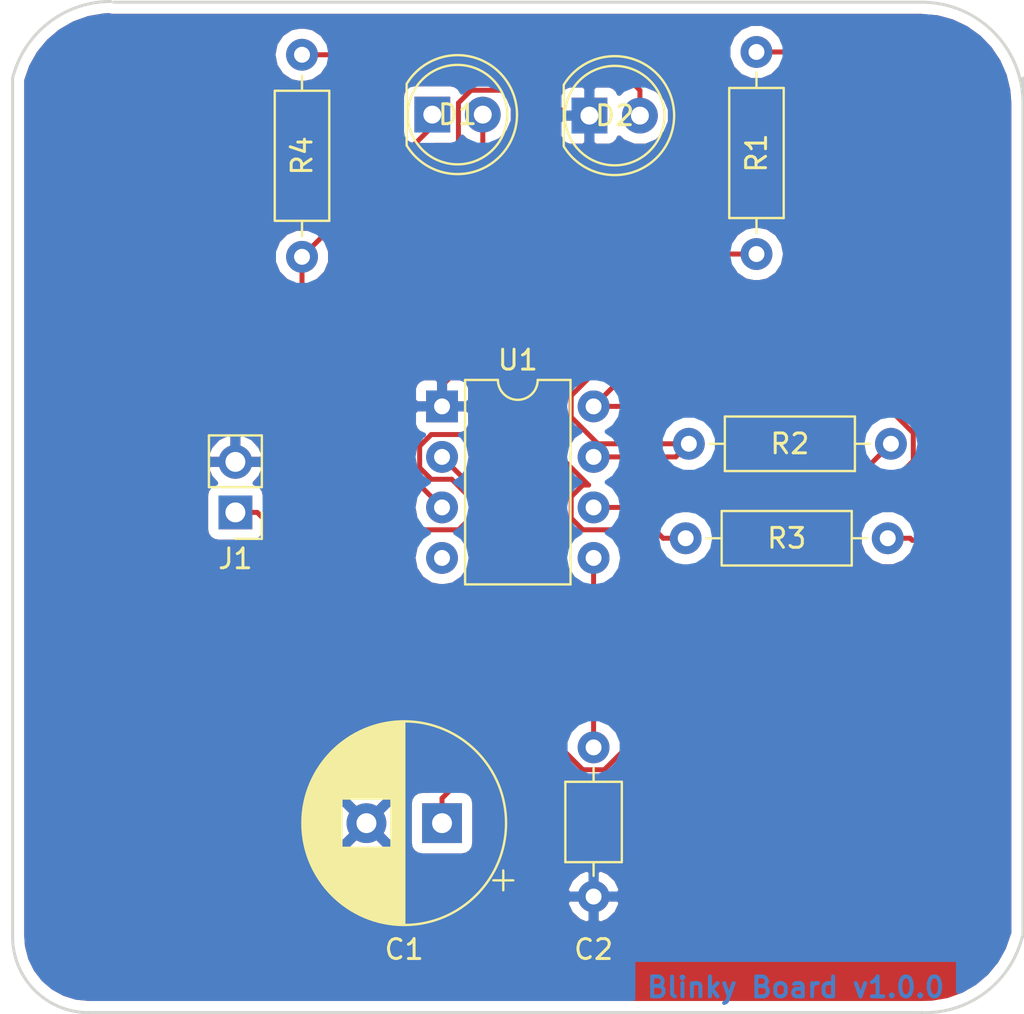
<source format=kicad_pcb>
(kicad_pcb (version 20171130) (host pcbnew "(5.0.2)-1")

  (general
    (thickness 1.6)
    (drawings 9)
    (tracks 73)
    (zones 0)
    (modules 10)
    (nets 10)
  )

  (page A4)
  (layers
    (0 F.Cu signal)
    (31 B.Cu signal)
    (32 B.Adhes user)
    (33 F.Adhes user)
    (34 B.Paste user)
    (35 F.Paste user)
    (36 B.SilkS user)
    (37 F.SilkS user)
    (38 B.Mask user)
    (39 F.Mask user)
    (40 Dwgs.User user)
    (41 Cmts.User user)
    (42 Eco1.User user)
    (43 Eco2.User user)
    (44 Edge.Cuts user)
    (45 Margin user)
    (46 B.CrtYd user)
    (47 F.CrtYd user)
    (48 B.Fab user)
    (49 F.Fab user)
  )

  (setup
    (last_trace_width 0.25)
    (trace_clearance 0.2)
    (zone_clearance 0.508)
    (zone_45_only no)
    (trace_min 0.1524)
    (segment_width 0.2)
    (edge_width 0.15)
    (via_size 0.8)
    (via_drill 0.4)
    (via_min_size 0.658)
    (via_min_drill 0.3)
    (uvia_size 0.3)
    (uvia_drill 0.1)
    (uvias_allowed no)
    (uvia_min_size 0.2)
    (uvia_min_drill 0.1)
    (pcb_text_width 0.3)
    (pcb_text_size 1.5 1.5)
    (mod_edge_width 0.15)
    (mod_text_size 1 1)
    (mod_text_width 0.15)
    (pad_size 1.524 1.524)
    (pad_drill 0.762)
    (pad_to_mask_clearance 0.051)
    (solder_mask_min_width 0.25)
    (aux_axis_origin 0 0)
    (visible_elements 7FFFFFFF)
    (pcbplotparams
      (layerselection 0x010fc_ffffffff)
      (usegerberextensions false)
      (usegerberattributes false)
      (usegerberadvancedattributes false)
      (creategerberjobfile false)
      (excludeedgelayer false)
      (linewidth 0.100000)
      (plotframeref false)
      (viasonmask false)
      (mode 1)
      (useauxorigin false)
      (hpglpennumber 1)
      (hpglpenspeed 20)
      (hpglpendiameter 15.000000)
      (psnegative false)
      (psa4output false)
      (plotreference true)
      (plotvalue true)
      (plotinvisibletext false)
      (padsonsilk true)
      (subtractmaskfromsilk false)
      (outputformat 1)
      (mirror false)
      (drillshape 0)
      (scaleselection 1)
      (outputdirectory "OUTPUT/Gerber/"))
  )

  (net 0 "")
  (net 1 VCC)
  (net 2 "Net-(R1-Pad2)")
  (net 3 /TRIG)
  (net 4 "Net-(D1-Pad2)")
  (net 5 "Net-(D2-Pad2)")
  (net 6 /BLINK)
  (net 7 GND)
  (net 8 "Net-(C2-Pad1)")
  (net 9 "Net-(U1-Pad4)")

  (net_class Default "This is the default net class."
    (clearance 0.2)
    (trace_width 0.25)
    (via_dia 0.8)
    (via_drill 0.4)
    (uvia_dia 0.3)
    (uvia_drill 0.1)
    (add_net /BLINK)
  )

  (net_class PWR ""
    (clearance 0.4064)
    (trace_width 0.508)
    (via_dia 0.8)
    (via_drill 0.4)
    (uvia_dia 0.3)
    (uvia_drill 0.1)
    (add_net GND)
    (add_net VCC)
  )

  (net_class Signals ""
    (clearance 0.3048)
    (trace_width 0.4064)
    (via_dia 0.8)
    (via_drill 0.4)
    (uvia_dia 0.3)
    (uvia_drill 0.1)
    (add_net /TRIG)
    (add_net "Net-(C2-Pad1)")
    (add_net "Net-(D1-Pad2)")
    (add_net "Net-(D2-Pad2)")
    (add_net "Net-(R1-Pad2)")
    (add_net "Net-(U1-Pad4)")
  )

  (module Capacitor_THT:C_Axial_L3.8mm_D2.6mm_P7.50mm_Horizontal (layer F.Cu) (tedit 5AE50EF0) (tstamp 5CC56C16)
    (at 194.31 100.965 270)
    (descr "C, Axial series, Axial, Horizontal, pin pitch=7.5mm, , length*diameter=3.8*2.6mm^2, http://www.vishay.com/docs/45231/arseries.pdf")
    (tags "C Axial series Axial Horizontal pin pitch 7.5mm  length 3.8mm diameter 2.6mm")
    (path /5C9CACF7)
    (fp_text reference C2 (at 10.16 0) (layer F.SilkS)
      (effects (font (size 1 1) (thickness 0.15)))
    )
    (fp_text value 1nF (at 3.75 2.42 270) (layer F.Fab)
      (effects (font (size 1 1) (thickness 0.15)))
    )
    (fp_line (start 1.85 -1.3) (end 1.85 1.3) (layer F.Fab) (width 0.1))
    (fp_line (start 1.85 1.3) (end 5.65 1.3) (layer F.Fab) (width 0.1))
    (fp_line (start 5.65 1.3) (end 5.65 -1.3) (layer F.Fab) (width 0.1))
    (fp_line (start 5.65 -1.3) (end 1.85 -1.3) (layer F.Fab) (width 0.1))
    (fp_line (start 0 0) (end 1.85 0) (layer F.Fab) (width 0.1))
    (fp_line (start 7.5 0) (end 5.65 0) (layer F.Fab) (width 0.1))
    (fp_line (start 1.73 -1.42) (end 1.73 1.42) (layer F.SilkS) (width 0.12))
    (fp_line (start 1.73 1.42) (end 5.77 1.42) (layer F.SilkS) (width 0.12))
    (fp_line (start 5.77 1.42) (end 5.77 -1.42) (layer F.SilkS) (width 0.12))
    (fp_line (start 5.77 -1.42) (end 1.73 -1.42) (layer F.SilkS) (width 0.12))
    (fp_line (start 1.04 0) (end 1.73 0) (layer F.SilkS) (width 0.12))
    (fp_line (start 6.46 0) (end 5.77 0) (layer F.SilkS) (width 0.12))
    (fp_line (start -1.05 -1.55) (end -1.05 1.55) (layer F.CrtYd) (width 0.05))
    (fp_line (start -1.05 1.55) (end 8.55 1.55) (layer F.CrtYd) (width 0.05))
    (fp_line (start 8.55 1.55) (end 8.55 -1.55) (layer F.CrtYd) (width 0.05))
    (fp_line (start 8.55 -1.55) (end -1.05 -1.55) (layer F.CrtYd) (width 0.05))
    (fp_text user %R (at 3.75 0 270) (layer F.Fab)
      (effects (font (size 0.76 0.76) (thickness 0.114)))
    )
    (pad 1 thru_hole circle (at 0 0 270) (size 1.6 1.6) (drill 0.8) (layers *.Cu *.Mask)
      (net 8 "Net-(C2-Pad1)"))
    (pad 2 thru_hole oval (at 7.5 0 270) (size 1.6 1.6) (drill 0.8) (layers *.Cu *.Mask)
      (net 7 GND))
    (model ${KISYS3DMOD}/Capacitor_THT.3dshapes/C_Axial_L3.8mm_D2.6mm_P7.50mm_Horizontal.wrl
      (at (xyz 0 0 0))
      (scale (xyz 1 1 1))
      (rotate (xyz 0 0 0))
    )
  )

  (module Capacitor_THT:CP_Radial_D10.0mm_P3.80mm (layer F.Cu) (tedit 5AE50EF1) (tstamp 5CB667D9)
    (at 186.69 104.775 180)
    (descr "CP, Radial series, Radial, pin pitch=3.80mm, , diameter=10mm, Electrolytic Capacitor")
    (tags "CP Radial series Radial pin pitch 3.80mm  diameter 10mm Electrolytic Capacitor")
    (path /5C9CAA43)
    (fp_text reference C1 (at 1.905 -6.35 180) (layer F.SilkS)
      (effects (font (size 1 1) (thickness 0.15)))
    )
    (fp_text value 1uF (at 1.9 6.25 180) (layer F.Fab)
      (effects (font (size 1 1) (thickness 0.15)))
    )
    (fp_circle (center 1.9 0) (end 6.9 0) (layer F.Fab) (width 0.1))
    (fp_circle (center 1.9 0) (end 7.02 0) (layer F.SilkS) (width 0.12))
    (fp_circle (center 1.9 0) (end 7.15 0) (layer F.CrtYd) (width 0.05))
    (fp_line (start -2.388861 -2.1875) (end -1.388861 -2.1875) (layer F.Fab) (width 0.1))
    (fp_line (start -1.888861 -2.6875) (end -1.888861 -1.6875) (layer F.Fab) (width 0.1))
    (fp_line (start 1.9 -5.08) (end 1.9 5.08) (layer F.SilkS) (width 0.12))
    (fp_line (start 1.94 -5.08) (end 1.94 5.08) (layer F.SilkS) (width 0.12))
    (fp_line (start 1.98 -5.08) (end 1.98 5.08) (layer F.SilkS) (width 0.12))
    (fp_line (start 2.02 -5.079) (end 2.02 5.079) (layer F.SilkS) (width 0.12))
    (fp_line (start 2.06 -5.078) (end 2.06 5.078) (layer F.SilkS) (width 0.12))
    (fp_line (start 2.1 -5.077) (end 2.1 5.077) (layer F.SilkS) (width 0.12))
    (fp_line (start 2.14 -5.075) (end 2.14 5.075) (layer F.SilkS) (width 0.12))
    (fp_line (start 2.18 -5.073) (end 2.18 5.073) (layer F.SilkS) (width 0.12))
    (fp_line (start 2.22 -5.07) (end 2.22 5.07) (layer F.SilkS) (width 0.12))
    (fp_line (start 2.26 -5.068) (end 2.26 5.068) (layer F.SilkS) (width 0.12))
    (fp_line (start 2.3 -5.065) (end 2.3 5.065) (layer F.SilkS) (width 0.12))
    (fp_line (start 2.34 -5.062) (end 2.34 5.062) (layer F.SilkS) (width 0.12))
    (fp_line (start 2.38 -5.058) (end 2.38 5.058) (layer F.SilkS) (width 0.12))
    (fp_line (start 2.42 -5.054) (end 2.42 5.054) (layer F.SilkS) (width 0.12))
    (fp_line (start 2.46 -5.05) (end 2.46 5.05) (layer F.SilkS) (width 0.12))
    (fp_line (start 2.5 -5.045) (end 2.5 5.045) (layer F.SilkS) (width 0.12))
    (fp_line (start 2.54 -5.04) (end 2.54 5.04) (layer F.SilkS) (width 0.12))
    (fp_line (start 2.58 -5.035) (end 2.58 -1.241) (layer F.SilkS) (width 0.12))
    (fp_line (start 2.58 1.241) (end 2.58 5.035) (layer F.SilkS) (width 0.12))
    (fp_line (start 2.621 -5.03) (end 2.621 -1.241) (layer F.SilkS) (width 0.12))
    (fp_line (start 2.621 1.241) (end 2.621 5.03) (layer F.SilkS) (width 0.12))
    (fp_line (start 2.661 -5.024) (end 2.661 -1.241) (layer F.SilkS) (width 0.12))
    (fp_line (start 2.661 1.241) (end 2.661 5.024) (layer F.SilkS) (width 0.12))
    (fp_line (start 2.701 -5.018) (end 2.701 -1.241) (layer F.SilkS) (width 0.12))
    (fp_line (start 2.701 1.241) (end 2.701 5.018) (layer F.SilkS) (width 0.12))
    (fp_line (start 2.741 -5.011) (end 2.741 -1.241) (layer F.SilkS) (width 0.12))
    (fp_line (start 2.741 1.241) (end 2.741 5.011) (layer F.SilkS) (width 0.12))
    (fp_line (start 2.781 -5.004) (end 2.781 -1.241) (layer F.SilkS) (width 0.12))
    (fp_line (start 2.781 1.241) (end 2.781 5.004) (layer F.SilkS) (width 0.12))
    (fp_line (start 2.821 -4.997) (end 2.821 -1.241) (layer F.SilkS) (width 0.12))
    (fp_line (start 2.821 1.241) (end 2.821 4.997) (layer F.SilkS) (width 0.12))
    (fp_line (start 2.861 -4.99) (end 2.861 -1.241) (layer F.SilkS) (width 0.12))
    (fp_line (start 2.861 1.241) (end 2.861 4.99) (layer F.SilkS) (width 0.12))
    (fp_line (start 2.901 -4.982) (end 2.901 -1.241) (layer F.SilkS) (width 0.12))
    (fp_line (start 2.901 1.241) (end 2.901 4.982) (layer F.SilkS) (width 0.12))
    (fp_line (start 2.941 -4.974) (end 2.941 -1.241) (layer F.SilkS) (width 0.12))
    (fp_line (start 2.941 1.241) (end 2.941 4.974) (layer F.SilkS) (width 0.12))
    (fp_line (start 2.981 -4.965) (end 2.981 -1.241) (layer F.SilkS) (width 0.12))
    (fp_line (start 2.981 1.241) (end 2.981 4.965) (layer F.SilkS) (width 0.12))
    (fp_line (start 3.021 -4.956) (end 3.021 -1.241) (layer F.SilkS) (width 0.12))
    (fp_line (start 3.021 1.241) (end 3.021 4.956) (layer F.SilkS) (width 0.12))
    (fp_line (start 3.061 -4.947) (end 3.061 -1.241) (layer F.SilkS) (width 0.12))
    (fp_line (start 3.061 1.241) (end 3.061 4.947) (layer F.SilkS) (width 0.12))
    (fp_line (start 3.101 -4.938) (end 3.101 -1.241) (layer F.SilkS) (width 0.12))
    (fp_line (start 3.101 1.241) (end 3.101 4.938) (layer F.SilkS) (width 0.12))
    (fp_line (start 3.141 -4.928) (end 3.141 -1.241) (layer F.SilkS) (width 0.12))
    (fp_line (start 3.141 1.241) (end 3.141 4.928) (layer F.SilkS) (width 0.12))
    (fp_line (start 3.181 -4.918) (end 3.181 -1.241) (layer F.SilkS) (width 0.12))
    (fp_line (start 3.181 1.241) (end 3.181 4.918) (layer F.SilkS) (width 0.12))
    (fp_line (start 3.221 -4.907) (end 3.221 -1.241) (layer F.SilkS) (width 0.12))
    (fp_line (start 3.221 1.241) (end 3.221 4.907) (layer F.SilkS) (width 0.12))
    (fp_line (start 3.261 -4.897) (end 3.261 -1.241) (layer F.SilkS) (width 0.12))
    (fp_line (start 3.261 1.241) (end 3.261 4.897) (layer F.SilkS) (width 0.12))
    (fp_line (start 3.301 -4.885) (end 3.301 -1.241) (layer F.SilkS) (width 0.12))
    (fp_line (start 3.301 1.241) (end 3.301 4.885) (layer F.SilkS) (width 0.12))
    (fp_line (start 3.341 -4.874) (end 3.341 -1.241) (layer F.SilkS) (width 0.12))
    (fp_line (start 3.341 1.241) (end 3.341 4.874) (layer F.SilkS) (width 0.12))
    (fp_line (start 3.381 -4.862) (end 3.381 -1.241) (layer F.SilkS) (width 0.12))
    (fp_line (start 3.381 1.241) (end 3.381 4.862) (layer F.SilkS) (width 0.12))
    (fp_line (start 3.421 -4.85) (end 3.421 -1.241) (layer F.SilkS) (width 0.12))
    (fp_line (start 3.421 1.241) (end 3.421 4.85) (layer F.SilkS) (width 0.12))
    (fp_line (start 3.461 -4.837) (end 3.461 -1.241) (layer F.SilkS) (width 0.12))
    (fp_line (start 3.461 1.241) (end 3.461 4.837) (layer F.SilkS) (width 0.12))
    (fp_line (start 3.501 -4.824) (end 3.501 -1.241) (layer F.SilkS) (width 0.12))
    (fp_line (start 3.501 1.241) (end 3.501 4.824) (layer F.SilkS) (width 0.12))
    (fp_line (start 3.541 -4.811) (end 3.541 -1.241) (layer F.SilkS) (width 0.12))
    (fp_line (start 3.541 1.241) (end 3.541 4.811) (layer F.SilkS) (width 0.12))
    (fp_line (start 3.581 -4.797) (end 3.581 -1.241) (layer F.SilkS) (width 0.12))
    (fp_line (start 3.581 1.241) (end 3.581 4.797) (layer F.SilkS) (width 0.12))
    (fp_line (start 3.621 -4.783) (end 3.621 -1.241) (layer F.SilkS) (width 0.12))
    (fp_line (start 3.621 1.241) (end 3.621 4.783) (layer F.SilkS) (width 0.12))
    (fp_line (start 3.661 -4.768) (end 3.661 -1.241) (layer F.SilkS) (width 0.12))
    (fp_line (start 3.661 1.241) (end 3.661 4.768) (layer F.SilkS) (width 0.12))
    (fp_line (start 3.701 -4.754) (end 3.701 -1.241) (layer F.SilkS) (width 0.12))
    (fp_line (start 3.701 1.241) (end 3.701 4.754) (layer F.SilkS) (width 0.12))
    (fp_line (start 3.741 -4.738) (end 3.741 -1.241) (layer F.SilkS) (width 0.12))
    (fp_line (start 3.741 1.241) (end 3.741 4.738) (layer F.SilkS) (width 0.12))
    (fp_line (start 3.781 -4.723) (end 3.781 -1.241) (layer F.SilkS) (width 0.12))
    (fp_line (start 3.781 1.241) (end 3.781 4.723) (layer F.SilkS) (width 0.12))
    (fp_line (start 3.821 -4.707) (end 3.821 -1.241) (layer F.SilkS) (width 0.12))
    (fp_line (start 3.821 1.241) (end 3.821 4.707) (layer F.SilkS) (width 0.12))
    (fp_line (start 3.861 -4.69) (end 3.861 -1.241) (layer F.SilkS) (width 0.12))
    (fp_line (start 3.861 1.241) (end 3.861 4.69) (layer F.SilkS) (width 0.12))
    (fp_line (start 3.901 -4.674) (end 3.901 -1.241) (layer F.SilkS) (width 0.12))
    (fp_line (start 3.901 1.241) (end 3.901 4.674) (layer F.SilkS) (width 0.12))
    (fp_line (start 3.941 -4.657) (end 3.941 -1.241) (layer F.SilkS) (width 0.12))
    (fp_line (start 3.941 1.241) (end 3.941 4.657) (layer F.SilkS) (width 0.12))
    (fp_line (start 3.981 -4.639) (end 3.981 -1.241) (layer F.SilkS) (width 0.12))
    (fp_line (start 3.981 1.241) (end 3.981 4.639) (layer F.SilkS) (width 0.12))
    (fp_line (start 4.021 -4.621) (end 4.021 -1.241) (layer F.SilkS) (width 0.12))
    (fp_line (start 4.021 1.241) (end 4.021 4.621) (layer F.SilkS) (width 0.12))
    (fp_line (start 4.061 -4.603) (end 4.061 -1.241) (layer F.SilkS) (width 0.12))
    (fp_line (start 4.061 1.241) (end 4.061 4.603) (layer F.SilkS) (width 0.12))
    (fp_line (start 4.101 -4.584) (end 4.101 -1.241) (layer F.SilkS) (width 0.12))
    (fp_line (start 4.101 1.241) (end 4.101 4.584) (layer F.SilkS) (width 0.12))
    (fp_line (start 4.141 -4.564) (end 4.141 -1.241) (layer F.SilkS) (width 0.12))
    (fp_line (start 4.141 1.241) (end 4.141 4.564) (layer F.SilkS) (width 0.12))
    (fp_line (start 4.181 -4.545) (end 4.181 -1.241) (layer F.SilkS) (width 0.12))
    (fp_line (start 4.181 1.241) (end 4.181 4.545) (layer F.SilkS) (width 0.12))
    (fp_line (start 4.221 -4.525) (end 4.221 -1.241) (layer F.SilkS) (width 0.12))
    (fp_line (start 4.221 1.241) (end 4.221 4.525) (layer F.SilkS) (width 0.12))
    (fp_line (start 4.261 -4.504) (end 4.261 -1.241) (layer F.SilkS) (width 0.12))
    (fp_line (start 4.261 1.241) (end 4.261 4.504) (layer F.SilkS) (width 0.12))
    (fp_line (start 4.301 -4.483) (end 4.301 -1.241) (layer F.SilkS) (width 0.12))
    (fp_line (start 4.301 1.241) (end 4.301 4.483) (layer F.SilkS) (width 0.12))
    (fp_line (start 4.341 -4.462) (end 4.341 -1.241) (layer F.SilkS) (width 0.12))
    (fp_line (start 4.341 1.241) (end 4.341 4.462) (layer F.SilkS) (width 0.12))
    (fp_line (start 4.381 -4.44) (end 4.381 -1.241) (layer F.SilkS) (width 0.12))
    (fp_line (start 4.381 1.241) (end 4.381 4.44) (layer F.SilkS) (width 0.12))
    (fp_line (start 4.421 -4.417) (end 4.421 -1.241) (layer F.SilkS) (width 0.12))
    (fp_line (start 4.421 1.241) (end 4.421 4.417) (layer F.SilkS) (width 0.12))
    (fp_line (start 4.461 -4.395) (end 4.461 -1.241) (layer F.SilkS) (width 0.12))
    (fp_line (start 4.461 1.241) (end 4.461 4.395) (layer F.SilkS) (width 0.12))
    (fp_line (start 4.501 -4.371) (end 4.501 -1.241) (layer F.SilkS) (width 0.12))
    (fp_line (start 4.501 1.241) (end 4.501 4.371) (layer F.SilkS) (width 0.12))
    (fp_line (start 4.541 -4.347) (end 4.541 -1.241) (layer F.SilkS) (width 0.12))
    (fp_line (start 4.541 1.241) (end 4.541 4.347) (layer F.SilkS) (width 0.12))
    (fp_line (start 4.581 -4.323) (end 4.581 -1.241) (layer F.SilkS) (width 0.12))
    (fp_line (start 4.581 1.241) (end 4.581 4.323) (layer F.SilkS) (width 0.12))
    (fp_line (start 4.621 -4.298) (end 4.621 -1.241) (layer F.SilkS) (width 0.12))
    (fp_line (start 4.621 1.241) (end 4.621 4.298) (layer F.SilkS) (width 0.12))
    (fp_line (start 4.661 -4.273) (end 4.661 -1.241) (layer F.SilkS) (width 0.12))
    (fp_line (start 4.661 1.241) (end 4.661 4.273) (layer F.SilkS) (width 0.12))
    (fp_line (start 4.701 -4.247) (end 4.701 -1.241) (layer F.SilkS) (width 0.12))
    (fp_line (start 4.701 1.241) (end 4.701 4.247) (layer F.SilkS) (width 0.12))
    (fp_line (start 4.741 -4.221) (end 4.741 -1.241) (layer F.SilkS) (width 0.12))
    (fp_line (start 4.741 1.241) (end 4.741 4.221) (layer F.SilkS) (width 0.12))
    (fp_line (start 4.781 -4.194) (end 4.781 -1.241) (layer F.SilkS) (width 0.12))
    (fp_line (start 4.781 1.241) (end 4.781 4.194) (layer F.SilkS) (width 0.12))
    (fp_line (start 4.821 -4.166) (end 4.821 -1.241) (layer F.SilkS) (width 0.12))
    (fp_line (start 4.821 1.241) (end 4.821 4.166) (layer F.SilkS) (width 0.12))
    (fp_line (start 4.861 -4.138) (end 4.861 -1.241) (layer F.SilkS) (width 0.12))
    (fp_line (start 4.861 1.241) (end 4.861 4.138) (layer F.SilkS) (width 0.12))
    (fp_line (start 4.901 -4.11) (end 4.901 -1.241) (layer F.SilkS) (width 0.12))
    (fp_line (start 4.901 1.241) (end 4.901 4.11) (layer F.SilkS) (width 0.12))
    (fp_line (start 4.941 -4.08) (end 4.941 -1.241) (layer F.SilkS) (width 0.12))
    (fp_line (start 4.941 1.241) (end 4.941 4.08) (layer F.SilkS) (width 0.12))
    (fp_line (start 4.981 -4.05) (end 4.981 -1.241) (layer F.SilkS) (width 0.12))
    (fp_line (start 4.981 1.241) (end 4.981 4.05) (layer F.SilkS) (width 0.12))
    (fp_line (start 5.021 -4.02) (end 5.021 -1.241) (layer F.SilkS) (width 0.12))
    (fp_line (start 5.021 1.241) (end 5.021 4.02) (layer F.SilkS) (width 0.12))
    (fp_line (start 5.061 -3.989) (end 5.061 3.989) (layer F.SilkS) (width 0.12))
    (fp_line (start 5.101 -3.957) (end 5.101 3.957) (layer F.SilkS) (width 0.12))
    (fp_line (start 5.141 -3.925) (end 5.141 3.925) (layer F.SilkS) (width 0.12))
    (fp_line (start 5.181 -3.892) (end 5.181 3.892) (layer F.SilkS) (width 0.12))
    (fp_line (start 5.221 -3.858) (end 5.221 3.858) (layer F.SilkS) (width 0.12))
    (fp_line (start 5.261 -3.824) (end 5.261 3.824) (layer F.SilkS) (width 0.12))
    (fp_line (start 5.301 -3.789) (end 5.301 3.789) (layer F.SilkS) (width 0.12))
    (fp_line (start 5.341 -3.753) (end 5.341 3.753) (layer F.SilkS) (width 0.12))
    (fp_line (start 5.381 -3.716) (end 5.381 3.716) (layer F.SilkS) (width 0.12))
    (fp_line (start 5.421 -3.679) (end 5.421 3.679) (layer F.SilkS) (width 0.12))
    (fp_line (start 5.461 -3.64) (end 5.461 3.64) (layer F.SilkS) (width 0.12))
    (fp_line (start 5.501 -3.601) (end 5.501 3.601) (layer F.SilkS) (width 0.12))
    (fp_line (start 5.541 -3.561) (end 5.541 3.561) (layer F.SilkS) (width 0.12))
    (fp_line (start 5.581 -3.52) (end 5.581 3.52) (layer F.SilkS) (width 0.12))
    (fp_line (start 5.621 -3.478) (end 5.621 3.478) (layer F.SilkS) (width 0.12))
    (fp_line (start 5.661 -3.436) (end 5.661 3.436) (layer F.SilkS) (width 0.12))
    (fp_line (start 5.701 -3.392) (end 5.701 3.392) (layer F.SilkS) (width 0.12))
    (fp_line (start 5.741 -3.347) (end 5.741 3.347) (layer F.SilkS) (width 0.12))
    (fp_line (start 5.781 -3.301) (end 5.781 3.301) (layer F.SilkS) (width 0.12))
    (fp_line (start 5.821 -3.254) (end 5.821 3.254) (layer F.SilkS) (width 0.12))
    (fp_line (start 5.861 -3.206) (end 5.861 3.206) (layer F.SilkS) (width 0.12))
    (fp_line (start 5.901 -3.156) (end 5.901 3.156) (layer F.SilkS) (width 0.12))
    (fp_line (start 5.941 -3.106) (end 5.941 3.106) (layer F.SilkS) (width 0.12))
    (fp_line (start 5.981 -3.054) (end 5.981 3.054) (layer F.SilkS) (width 0.12))
    (fp_line (start 6.021 -3) (end 6.021 3) (layer F.SilkS) (width 0.12))
    (fp_line (start 6.061 -2.945) (end 6.061 2.945) (layer F.SilkS) (width 0.12))
    (fp_line (start 6.101 -2.889) (end 6.101 2.889) (layer F.SilkS) (width 0.12))
    (fp_line (start 6.141 -2.83) (end 6.141 2.83) (layer F.SilkS) (width 0.12))
    (fp_line (start 6.181 -2.77) (end 6.181 2.77) (layer F.SilkS) (width 0.12))
    (fp_line (start 6.221 -2.709) (end 6.221 2.709) (layer F.SilkS) (width 0.12))
    (fp_line (start 6.261 -2.645) (end 6.261 2.645) (layer F.SilkS) (width 0.12))
    (fp_line (start 6.301 -2.579) (end 6.301 2.579) (layer F.SilkS) (width 0.12))
    (fp_line (start 6.341 -2.51) (end 6.341 2.51) (layer F.SilkS) (width 0.12))
    (fp_line (start 6.381 -2.439) (end 6.381 2.439) (layer F.SilkS) (width 0.12))
    (fp_line (start 6.421 -2.365) (end 6.421 2.365) (layer F.SilkS) (width 0.12))
    (fp_line (start 6.461 -2.289) (end 6.461 2.289) (layer F.SilkS) (width 0.12))
    (fp_line (start 6.501 -2.209) (end 6.501 2.209) (layer F.SilkS) (width 0.12))
    (fp_line (start 6.541 -2.125) (end 6.541 2.125) (layer F.SilkS) (width 0.12))
    (fp_line (start 6.581 -2.037) (end 6.581 2.037) (layer F.SilkS) (width 0.12))
    (fp_line (start 6.621 -1.944) (end 6.621 1.944) (layer F.SilkS) (width 0.12))
    (fp_line (start 6.661 -1.846) (end 6.661 1.846) (layer F.SilkS) (width 0.12))
    (fp_line (start 6.701 -1.742) (end 6.701 1.742) (layer F.SilkS) (width 0.12))
    (fp_line (start 6.741 -1.63) (end 6.741 1.63) (layer F.SilkS) (width 0.12))
    (fp_line (start 6.781 -1.51) (end 6.781 1.51) (layer F.SilkS) (width 0.12))
    (fp_line (start 6.821 -1.378) (end 6.821 1.378) (layer F.SilkS) (width 0.12))
    (fp_line (start 6.861 -1.23) (end 6.861 1.23) (layer F.SilkS) (width 0.12))
    (fp_line (start 6.901 -1.062) (end 6.901 1.062) (layer F.SilkS) (width 0.12))
    (fp_line (start 6.941 -0.862) (end 6.941 0.862) (layer F.SilkS) (width 0.12))
    (fp_line (start 6.981 -0.599) (end 6.981 0.599) (layer F.SilkS) (width 0.12))
    (fp_line (start -3.579646 -2.875) (end -2.579646 -2.875) (layer F.SilkS) (width 0.12))
    (fp_line (start -3.079646 -3.375) (end -3.079646 -2.375) (layer F.SilkS) (width 0.12))
    (fp_text user %R (at 1.9 0 180) (layer F.Fab)
      (effects (font (size 1 1) (thickness 0.15)))
    )
    (pad 1 thru_hole rect (at 0 0 180) (size 2 2) (drill 1) (layers *.Cu *.Mask)
      (net 3 /TRIG))
    (pad 2 thru_hole circle (at 3.8 0 180) (size 2 2) (drill 1) (layers *.Cu *.Mask)
      (net 7 GND))
    (model ${KISYS3DMOD}/Capacitor_THT.3dshapes/CP_Radial_D10.0mm_P3.80mm.wrl
      (at (xyz 0 0 0))
      (scale (xyz 1 1 1))
      (rotate (xyz 0 0 0))
    )
  )

  (module LED_THT:LED_D5.0mm (layer F.Cu) (tedit 5995936A) (tstamp 5CB6670D)
    (at 194.1 69.2)
    (descr "LED, diameter 5.0mm, 2 pins, http://cdn-reichelt.de/documents/datenblatt/A500/LL-504BC2E-009.pdf")
    (tags "LED diameter 5.0mm 2 pins")
    (path /5C9CB604)
    (fp_text reference D2 (at 1.27 0) (layer F.SilkS)
      (effects (font (size 1 1) (thickness 0.15)))
    )
    (fp_text value RED (at 1.05 4.3) (layer F.Fab)
      (effects (font (size 1 1) (thickness 0.15)))
    )
    (fp_text user %R (at 1.25 0) (layer F.Fab)
      (effects (font (size 0.8 0.8) (thickness 0.2)))
    )
    (fp_line (start 4.5 -3.25) (end -1.95 -3.25) (layer F.CrtYd) (width 0.05))
    (fp_line (start 4.5 3.25) (end 4.5 -3.25) (layer F.CrtYd) (width 0.05))
    (fp_line (start -1.95 3.25) (end 4.5 3.25) (layer F.CrtYd) (width 0.05))
    (fp_line (start -1.95 -3.25) (end -1.95 3.25) (layer F.CrtYd) (width 0.05))
    (fp_line (start -1.29 -1.545) (end -1.29 1.545) (layer F.SilkS) (width 0.12))
    (fp_line (start -1.23 -1.469694) (end -1.23 1.469694) (layer F.Fab) (width 0.1))
    (fp_circle (center 1.27 0) (end 3.77 0) (layer F.SilkS) (width 0.12))
    (fp_circle (center 1.27 0) (end 3.77 0) (layer F.Fab) (width 0.1))
    (fp_arc (start 1.27 0) (end -1.29 1.54483) (angle -148.9) (layer F.SilkS) (width 0.12))
    (fp_arc (start 1.27 0) (end -1.29 -1.54483) (angle 148.9) (layer F.SilkS) (width 0.12))
    (fp_arc (start 1.27 0) (end -1.23 -1.469694) (angle 299.1) (layer F.Fab) (width 0.1))
    (pad 2 thru_hole circle (at 2.54 0) (size 1.8 1.8) (drill 0.9) (layers *.Cu *.Mask)
      (net 5 "Net-(D2-Pad2)"))
    (pad 1 thru_hole rect (at 0 0) (size 1.8 1.8) (drill 0.9) (layers *.Cu *.Mask)
      (net 7 GND))
    (model ${KISYS3DMOD}/LED_THT.3dshapes/LED_D5.0mm.wrl
      (at (xyz 0 0 0))
      (scale (xyz 1 1 1))
      (rotate (xyz 0 0 0))
    )
  )

  (module LED_THT:LED_D5.0mm (layer F.Cu) (tedit 5995936A) (tstamp 5CB666FB)
    (at 186.2 69.15)
    (descr "LED, diameter 5.0mm, 2 pins, http://cdn-reichelt.de/documents/datenblatt/A500/LL-504BC2E-009.pdf")
    (tags "LED diameter 5.0mm 2 pins")
    (path /5C9CB4D7)
    (fp_text reference D1 (at 1.27 0) (layer F.SilkS)
      (effects (font (size 1 1) (thickness 0.15)))
    )
    (fp_text value RED (at 1.2 4.2) (layer F.Fab)
      (effects (font (size 1 1) (thickness 0.15)))
    )
    (fp_arc (start 1.27 0) (end -1.23 -1.469694) (angle 299.1) (layer F.Fab) (width 0.1))
    (fp_arc (start 1.27 0) (end -1.29 -1.54483) (angle 148.9) (layer F.SilkS) (width 0.12))
    (fp_arc (start 1.27 0) (end -1.29 1.54483) (angle -148.9) (layer F.SilkS) (width 0.12))
    (fp_circle (center 1.27 0) (end 3.77 0) (layer F.Fab) (width 0.1))
    (fp_circle (center 1.27 0) (end 3.77 0) (layer F.SilkS) (width 0.12))
    (fp_line (start -1.23 -1.469694) (end -1.23 1.469694) (layer F.Fab) (width 0.1))
    (fp_line (start -1.29 -1.545) (end -1.29 1.545) (layer F.SilkS) (width 0.12))
    (fp_line (start -1.95 -3.25) (end -1.95 3.25) (layer F.CrtYd) (width 0.05))
    (fp_line (start -1.95 3.25) (end 4.5 3.25) (layer F.CrtYd) (width 0.05))
    (fp_line (start 4.5 3.25) (end 4.5 -3.25) (layer F.CrtYd) (width 0.05))
    (fp_line (start 4.5 -3.25) (end -1.95 -3.25) (layer F.CrtYd) (width 0.05))
    (fp_text user %R (at 1.25 0) (layer F.Fab)
      (effects (font (size 0.8 0.8) (thickness 0.2)))
    )
    (pad 1 thru_hole rect (at 0 0) (size 1.8 1.8) (drill 0.9) (layers *.Cu *.Mask)
      (net 6 /BLINK))
    (pad 2 thru_hole circle (at 2.54 0) (size 1.8 1.8) (drill 0.9) (layers *.Cu *.Mask)
      (net 4 "Net-(D1-Pad2)"))
    (model ${KISYS3DMOD}/LED_THT.3dshapes/LED_D5.0mm.wrl
      (at (xyz 0 0 0))
      (scale (xyz 1 1 1))
      (rotate (xyz 0 0 0))
    )
  )

  (module Package_DIP:DIP-8_W7.62mm (layer F.Cu) (tedit 5A02E8C5) (tstamp 5CB666E9)
    (at 186.69 83.82)
    (descr "8-lead though-hole mounted DIP package, row spacing 7.62 mm (300 mils)")
    (tags "THT DIP DIL PDIP 2.54mm 7.62mm 300mil")
    (path /5C9CA4E6)
    (fp_text reference U1 (at 3.81 -2.33) (layer F.SilkS)
      (effects (font (size 1 1) (thickness 0.15)))
    )
    (fp_text value LM555 (at 3.81 9.95) (layer F.Fab)
      (effects (font (size 1 1) (thickness 0.15)))
    )
    (fp_arc (start 3.81 -1.33) (end 2.81 -1.33) (angle -180) (layer F.SilkS) (width 0.12))
    (fp_line (start 1.635 -1.27) (end 6.985 -1.27) (layer F.Fab) (width 0.1))
    (fp_line (start 6.985 -1.27) (end 6.985 8.89) (layer F.Fab) (width 0.1))
    (fp_line (start 6.985 8.89) (end 0.635 8.89) (layer F.Fab) (width 0.1))
    (fp_line (start 0.635 8.89) (end 0.635 -0.27) (layer F.Fab) (width 0.1))
    (fp_line (start 0.635 -0.27) (end 1.635 -1.27) (layer F.Fab) (width 0.1))
    (fp_line (start 2.81 -1.33) (end 1.16 -1.33) (layer F.SilkS) (width 0.12))
    (fp_line (start 1.16 -1.33) (end 1.16 8.95) (layer F.SilkS) (width 0.12))
    (fp_line (start 1.16 8.95) (end 6.46 8.95) (layer F.SilkS) (width 0.12))
    (fp_line (start 6.46 8.95) (end 6.46 -1.33) (layer F.SilkS) (width 0.12))
    (fp_line (start 6.46 -1.33) (end 4.81 -1.33) (layer F.SilkS) (width 0.12))
    (fp_line (start -1.1 -1.55) (end -1.1 9.15) (layer F.CrtYd) (width 0.05))
    (fp_line (start -1.1 9.15) (end 8.7 9.15) (layer F.CrtYd) (width 0.05))
    (fp_line (start 8.7 9.15) (end 8.7 -1.55) (layer F.CrtYd) (width 0.05))
    (fp_line (start 8.7 -1.55) (end -1.1 -1.55) (layer F.CrtYd) (width 0.05))
    (fp_text user %R (at 3.81 3.81) (layer F.Fab)
      (effects (font (size 1 1) (thickness 0.15)))
    )
    (pad 1 thru_hole rect (at 0 0) (size 1.6 1.6) (drill 0.8) (layers *.Cu *.Mask)
      (net 7 GND))
    (pad 5 thru_hole oval (at 7.62 7.62) (size 1.6 1.6) (drill 0.8) (layers *.Cu *.Mask)
      (net 8 "Net-(C2-Pad1)"))
    (pad 2 thru_hole oval (at 0 2.54) (size 1.6 1.6) (drill 0.8) (layers *.Cu *.Mask)
      (net 3 /TRIG))
    (pad 6 thru_hole oval (at 7.62 5.08) (size 1.6 1.6) (drill 0.8) (layers *.Cu *.Mask)
      (net 3 /TRIG))
    (pad 3 thru_hole oval (at 0 5.08) (size 1.6 1.6) (drill 0.8) (layers *.Cu *.Mask)
      (net 6 /BLINK))
    (pad 7 thru_hole oval (at 7.62 2.54) (size 1.6 1.6) (drill 0.8) (layers *.Cu *.Mask)
      (net 2 "Net-(R1-Pad2)"))
    (pad 4 thru_hole oval (at 0 7.62) (size 1.6 1.6) (drill 0.8) (layers *.Cu *.Mask)
      (net 9 "Net-(U1-Pad4)"))
    (pad 8 thru_hole oval (at 7.62 0) (size 1.6 1.6) (drill 0.8) (layers *.Cu *.Mask)
      (net 1 VCC))
    (model ${KISYS3DMOD}/Package_DIP.3dshapes/DIP-8_W7.62mm.wrl
      (at (xyz 0 0 0))
      (scale (xyz 1 1 1))
      (rotate (xyz 0 0 0))
    )
  )

  (module Resistor_THT:R_Axial_DIN0207_L6.3mm_D2.5mm_P10.16mm_Horizontal (layer F.Cu) (tedit 5AE5139B) (tstamp 5CB666CD)
    (at 179.65 76.3 90)
    (descr "Resistor, Axial_DIN0207 series, Axial, Horizontal, pin pitch=10.16mm, 0.25W = 1/4W, length*diameter=6.3*2.5mm^2, http://cdn-reichelt.de/documents/datenblatt/B400/1_4W%23YAG.pdf")
    (tags "Resistor Axial_DIN0207 series Axial Horizontal pin pitch 10.16mm 0.25W = 1/4W length 6.3mm diameter 2.5mm")
    (path /5C9CB5FD)
    (fp_text reference R4 (at 5.08 0 90) (layer F.SilkS)
      (effects (font (size 1 1) (thickness 0.15)))
    )
    (fp_text value 470 (at 5.08 2.37 90) (layer F.Fab)
      (effects (font (size 1 1) (thickness 0.15)))
    )
    (fp_text user %R (at 5.08 0 90) (layer F.Fab)
      (effects (font (size 1 1) (thickness 0.15)))
    )
    (fp_line (start 11.21 -1.5) (end -1.05 -1.5) (layer F.CrtYd) (width 0.05))
    (fp_line (start 11.21 1.5) (end 11.21 -1.5) (layer F.CrtYd) (width 0.05))
    (fp_line (start -1.05 1.5) (end 11.21 1.5) (layer F.CrtYd) (width 0.05))
    (fp_line (start -1.05 -1.5) (end -1.05 1.5) (layer F.CrtYd) (width 0.05))
    (fp_line (start 9.12 0) (end 8.35 0) (layer F.SilkS) (width 0.12))
    (fp_line (start 1.04 0) (end 1.81 0) (layer F.SilkS) (width 0.12))
    (fp_line (start 8.35 -1.37) (end 1.81 -1.37) (layer F.SilkS) (width 0.12))
    (fp_line (start 8.35 1.37) (end 8.35 -1.37) (layer F.SilkS) (width 0.12))
    (fp_line (start 1.81 1.37) (end 8.35 1.37) (layer F.SilkS) (width 0.12))
    (fp_line (start 1.81 -1.37) (end 1.81 1.37) (layer F.SilkS) (width 0.12))
    (fp_line (start 10.16 0) (end 8.23 0) (layer F.Fab) (width 0.1))
    (fp_line (start 0 0) (end 1.93 0) (layer F.Fab) (width 0.1))
    (fp_line (start 8.23 -1.25) (end 1.93 -1.25) (layer F.Fab) (width 0.1))
    (fp_line (start 8.23 1.25) (end 8.23 -1.25) (layer F.Fab) (width 0.1))
    (fp_line (start 1.93 1.25) (end 8.23 1.25) (layer F.Fab) (width 0.1))
    (fp_line (start 1.93 -1.25) (end 1.93 1.25) (layer F.Fab) (width 0.1))
    (pad 2 thru_hole oval (at 10.16 0 90) (size 1.6 1.6) (drill 0.8) (layers *.Cu *.Mask)
      (net 5 "Net-(D2-Pad2)"))
    (pad 1 thru_hole circle (at 0 0 90) (size 1.6 1.6) (drill 0.8) (layers *.Cu *.Mask)
      (net 6 /BLINK))
    (model ${KISYS3DMOD}/Resistor_THT.3dshapes/R_Axial_DIN0207_L6.3mm_D2.5mm_P10.16mm_Horizontal.wrl
      (at (xyz 0 0 0))
      (scale (xyz 1 1 1))
      (rotate (xyz 0 0 0))
    )
  )

  (module Resistor_THT:R_Axial_DIN0207_L6.3mm_D2.5mm_P10.16mm_Horizontal (layer F.Cu) (tedit 5AE5139B) (tstamp 5CB666B6)
    (at 209.1 90.45 180)
    (descr "Resistor, Axial_DIN0207 series, Axial, Horizontal, pin pitch=10.16mm, 0.25W = 1/4W, length*diameter=6.3*2.5mm^2, http://cdn-reichelt.de/documents/datenblatt/B400/1_4W%23YAG.pdf")
    (tags "Resistor Axial_DIN0207 series Axial Horizontal pin pitch 10.16mm 0.25W = 1/4W length 6.3mm diameter 2.5mm")
    (path /5C9CB0F3)
    (fp_text reference R3 (at 5.08 0 180) (layer F.SilkS)
      (effects (font (size 1 1) (thickness 0.15)))
    )
    (fp_text value 470 (at 5.08 2.37 180) (layer F.Fab)
      (effects (font (size 1 1) (thickness 0.15)))
    )
    (fp_line (start 1.93 -1.25) (end 1.93 1.25) (layer F.Fab) (width 0.1))
    (fp_line (start 1.93 1.25) (end 8.23 1.25) (layer F.Fab) (width 0.1))
    (fp_line (start 8.23 1.25) (end 8.23 -1.25) (layer F.Fab) (width 0.1))
    (fp_line (start 8.23 -1.25) (end 1.93 -1.25) (layer F.Fab) (width 0.1))
    (fp_line (start 0 0) (end 1.93 0) (layer F.Fab) (width 0.1))
    (fp_line (start 10.16 0) (end 8.23 0) (layer F.Fab) (width 0.1))
    (fp_line (start 1.81 -1.37) (end 1.81 1.37) (layer F.SilkS) (width 0.12))
    (fp_line (start 1.81 1.37) (end 8.35 1.37) (layer F.SilkS) (width 0.12))
    (fp_line (start 8.35 1.37) (end 8.35 -1.37) (layer F.SilkS) (width 0.12))
    (fp_line (start 8.35 -1.37) (end 1.81 -1.37) (layer F.SilkS) (width 0.12))
    (fp_line (start 1.04 0) (end 1.81 0) (layer F.SilkS) (width 0.12))
    (fp_line (start 9.12 0) (end 8.35 0) (layer F.SilkS) (width 0.12))
    (fp_line (start -1.05 -1.5) (end -1.05 1.5) (layer F.CrtYd) (width 0.05))
    (fp_line (start -1.05 1.5) (end 11.21 1.5) (layer F.CrtYd) (width 0.05))
    (fp_line (start 11.21 1.5) (end 11.21 -1.5) (layer F.CrtYd) (width 0.05))
    (fp_line (start 11.21 -1.5) (end -1.05 -1.5) (layer F.CrtYd) (width 0.05))
    (fp_text user %R (at 5.08 0 180) (layer F.Fab)
      (effects (font (size 1 1) (thickness 0.15)))
    )
    (pad 1 thru_hole circle (at 0 0 180) (size 1.6 1.6) (drill 0.8) (layers *.Cu *.Mask)
      (net 1 VCC))
    (pad 2 thru_hole oval (at 10.16 0 180) (size 1.6 1.6) (drill 0.8) (layers *.Cu *.Mask)
      (net 4 "Net-(D1-Pad2)"))
    (model ${KISYS3DMOD}/Resistor_THT.3dshapes/R_Axial_DIN0207_L6.3mm_D2.5mm_P10.16mm_Horizontal.wrl
      (at (xyz 0 0 0))
      (scale (xyz 1 1 1))
      (rotate (xyz 0 0 0))
    )
  )

  (module Resistor_THT:R_Axial_DIN0207_L6.3mm_D2.5mm_P10.16mm_Horizontal (layer F.Cu) (tedit 5AE5139B) (tstamp 5CB6669F)
    (at 199.1 85.7)
    (descr "Resistor, Axial_DIN0207 series, Axial, Horizontal, pin pitch=10.16mm, 0.25W = 1/4W, length*diameter=6.3*2.5mm^2, http://cdn-reichelt.de/documents/datenblatt/B400/1_4W%23YAG.pdf")
    (tags "Resistor Axial_DIN0207 series Axial Horizontal pin pitch 10.16mm 0.25W = 1/4W length 6.3mm diameter 2.5mm")
    (path /5C9CA8FB)
    (fp_text reference R2 (at 5.08 0) (layer F.SilkS)
      (effects (font (size 1 1) (thickness 0.15)))
    )
    (fp_text value 10k (at 5.4 -2.3) (layer F.Fab)
      (effects (font (size 1 1) (thickness 0.15)))
    )
    (fp_text user %R (at 5.08 0) (layer F.Fab)
      (effects (font (size 1 1) (thickness 0.15)))
    )
    (fp_line (start 11.21 -1.5) (end -1.05 -1.5) (layer F.CrtYd) (width 0.05))
    (fp_line (start 11.21 1.5) (end 11.21 -1.5) (layer F.CrtYd) (width 0.05))
    (fp_line (start -1.05 1.5) (end 11.21 1.5) (layer F.CrtYd) (width 0.05))
    (fp_line (start -1.05 -1.5) (end -1.05 1.5) (layer F.CrtYd) (width 0.05))
    (fp_line (start 9.12 0) (end 8.35 0) (layer F.SilkS) (width 0.12))
    (fp_line (start 1.04 0) (end 1.81 0) (layer F.SilkS) (width 0.12))
    (fp_line (start 8.35 -1.37) (end 1.81 -1.37) (layer F.SilkS) (width 0.12))
    (fp_line (start 8.35 1.37) (end 8.35 -1.37) (layer F.SilkS) (width 0.12))
    (fp_line (start 1.81 1.37) (end 8.35 1.37) (layer F.SilkS) (width 0.12))
    (fp_line (start 1.81 -1.37) (end 1.81 1.37) (layer F.SilkS) (width 0.12))
    (fp_line (start 10.16 0) (end 8.23 0) (layer F.Fab) (width 0.1))
    (fp_line (start 0 0) (end 1.93 0) (layer F.Fab) (width 0.1))
    (fp_line (start 8.23 -1.25) (end 1.93 -1.25) (layer F.Fab) (width 0.1))
    (fp_line (start 8.23 1.25) (end 8.23 -1.25) (layer F.Fab) (width 0.1))
    (fp_line (start 1.93 1.25) (end 8.23 1.25) (layer F.Fab) (width 0.1))
    (fp_line (start 1.93 -1.25) (end 1.93 1.25) (layer F.Fab) (width 0.1))
    (pad 2 thru_hole oval (at 10.16 0) (size 1.6 1.6) (drill 0.8) (layers *.Cu *.Mask)
      (net 3 /TRIG))
    (pad 1 thru_hole circle (at 0 0) (size 1.6 1.6) (drill 0.8) (layers *.Cu *.Mask)
      (net 2 "Net-(R1-Pad2)"))
    (model ${KISYS3DMOD}/Resistor_THT.3dshapes/R_Axial_DIN0207_L6.3mm_D2.5mm_P10.16mm_Horizontal.wrl
      (at (xyz 0 0 0))
      (scale (xyz 1 1 1))
      (rotate (xyz 0 0 0))
    )
  )

  (module Resistor_THT:R_Axial_DIN0207_L6.3mm_D2.5mm_P10.16mm_Horizontal (layer F.Cu) (tedit 5AE5139B) (tstamp 5CB66688)
    (at 202.5 66 270)
    (descr "Resistor, Axial_DIN0207 series, Axial, Horizontal, pin pitch=10.16mm, 0.25W = 1/4W, length*diameter=6.3*2.5mm^2, http://cdn-reichelt.de/documents/datenblatt/B400/1_4W%23YAG.pdf")
    (tags "Resistor Axial_DIN0207 series Axial Horizontal pin pitch 10.16mm 0.25W = 1/4W length 6.3mm diameter 2.5mm")
    (path /5C9CA7A0)
    (fp_text reference R1 (at 5.08 0 270) (layer F.SilkS)
      (effects (font (size 1 1) (thickness 0.15)))
    )
    (fp_text value 10k (at 5.08 2.37 270) (layer F.Fab)
      (effects (font (size 1 1) (thickness 0.15)))
    )
    (fp_line (start 1.93 -1.25) (end 1.93 1.25) (layer F.Fab) (width 0.1))
    (fp_line (start 1.93 1.25) (end 8.23 1.25) (layer F.Fab) (width 0.1))
    (fp_line (start 8.23 1.25) (end 8.23 -1.25) (layer F.Fab) (width 0.1))
    (fp_line (start 8.23 -1.25) (end 1.93 -1.25) (layer F.Fab) (width 0.1))
    (fp_line (start 0 0) (end 1.93 0) (layer F.Fab) (width 0.1))
    (fp_line (start 10.16 0) (end 8.23 0) (layer F.Fab) (width 0.1))
    (fp_line (start 1.81 -1.37) (end 1.81 1.37) (layer F.SilkS) (width 0.12))
    (fp_line (start 1.81 1.37) (end 8.35 1.37) (layer F.SilkS) (width 0.12))
    (fp_line (start 8.35 1.37) (end 8.35 -1.37) (layer F.SilkS) (width 0.12))
    (fp_line (start 8.35 -1.37) (end 1.81 -1.37) (layer F.SilkS) (width 0.12))
    (fp_line (start 1.04 0) (end 1.81 0) (layer F.SilkS) (width 0.12))
    (fp_line (start 9.12 0) (end 8.35 0) (layer F.SilkS) (width 0.12))
    (fp_line (start -1.05 -1.5) (end -1.05 1.5) (layer F.CrtYd) (width 0.05))
    (fp_line (start -1.05 1.5) (end 11.21 1.5) (layer F.CrtYd) (width 0.05))
    (fp_line (start 11.21 1.5) (end 11.21 -1.5) (layer F.CrtYd) (width 0.05))
    (fp_line (start 11.21 -1.5) (end -1.05 -1.5) (layer F.CrtYd) (width 0.05))
    (fp_text user %R (at 5.08 0 270) (layer F.Fab)
      (effects (font (size 1 1) (thickness 0.15)))
    )
    (pad 1 thru_hole circle (at 0 0 270) (size 1.6 1.6) (drill 0.8) (layers *.Cu *.Mask)
      (net 1 VCC))
    (pad 2 thru_hole oval (at 10.16 0 270) (size 1.6 1.6) (drill 0.8) (layers *.Cu *.Mask)
      (net 2 "Net-(R1-Pad2)"))
    (model ${KISYS3DMOD}/Resistor_THT.3dshapes/R_Axial_DIN0207_L6.3mm_D2.5mm_P10.16mm_Horizontal.wrl
      (at (xyz 0 0 0))
      (scale (xyz 1 1 1))
      (rotate (xyz 0 0 0))
    )
  )

  (module Connector_PinHeader_2.54mm:PinHeader_1x02_P2.54mm_Vertical (layer F.Cu) (tedit 59FED5CC) (tstamp 5CC42C16)
    (at 176.3 89.15 180)
    (descr "Through hole straight pin header, 1x02, 2.54mm pitch, single row")
    (tags "Through hole pin header THT 1x02 2.54mm single row")
    (path /5C9CED99)
    (fp_text reference J1 (at 0 -2.33 180) (layer F.SilkS)
      (effects (font (size 1 1) (thickness 0.15)))
    )
    (fp_text value PWR (at 0 4.87 180) (layer F.Fab)
      (effects (font (size 1 1) (thickness 0.15)))
    )
    (fp_line (start -0.635 -1.27) (end 1.27 -1.27) (layer F.Fab) (width 0.1))
    (fp_line (start 1.27 -1.27) (end 1.27 3.81) (layer F.Fab) (width 0.1))
    (fp_line (start 1.27 3.81) (end -1.27 3.81) (layer F.Fab) (width 0.1))
    (fp_line (start -1.27 3.81) (end -1.27 -0.635) (layer F.Fab) (width 0.1))
    (fp_line (start -1.27 -0.635) (end -0.635 -1.27) (layer F.Fab) (width 0.1))
    (fp_line (start -1.33 3.87) (end 1.33 3.87) (layer F.SilkS) (width 0.12))
    (fp_line (start -1.33 1.27) (end -1.33 3.87) (layer F.SilkS) (width 0.12))
    (fp_line (start 1.33 1.27) (end 1.33 3.87) (layer F.SilkS) (width 0.12))
    (fp_line (start -1.33 1.27) (end 1.33 1.27) (layer F.SilkS) (width 0.12))
    (fp_line (start -1.33 0) (end -1.33 -1.33) (layer F.SilkS) (width 0.12))
    (fp_line (start -1.33 -1.33) (end 0 -1.33) (layer F.SilkS) (width 0.12))
    (fp_line (start -1.8 -1.8) (end -1.8 4.35) (layer F.CrtYd) (width 0.05))
    (fp_line (start -1.8 4.35) (end 1.8 4.35) (layer F.CrtYd) (width 0.05))
    (fp_line (start 1.8 4.35) (end 1.8 -1.8) (layer F.CrtYd) (width 0.05))
    (fp_line (start 1.8 -1.8) (end -1.8 -1.8) (layer F.CrtYd) (width 0.05))
    (fp_text user %R (at 0 1.27 270) (layer F.Fab)
      (effects (font (size 1 1) (thickness 0.15)))
    )
    (pad 1 thru_hole rect (at 0 0 180) (size 1.7 1.7) (drill 1) (layers *.Cu *.Mask)
      (net 1 VCC))
    (pad 2 thru_hole oval (at 0 2.54 180) (size 1.7 1.7) (drill 1) (layers *.Cu *.Mask)
      (net 7 GND))
    (model ${KISYS3DMOD}/Connector_PinHeader_2.54mm.3dshapes/PinHeader_1x02_P2.54mm_Vertical.wrl
      (at (xyz 0 0 0))
      (scale (xyz 1 1 1))
      (rotate (xyz 0 0 0))
    )
  )

  (gr_text "Blinky Board v1.0.0" (at 204.47 113.03) (layer B.Cu)
    (effects (font (size 1 1) (thickness 0.2)))
  )
  (gr_arc (start 210.82 68.58) (end 215.9 68.58) (angle -90) (layer Edge.Cuts) (width 0.15))
  (gr_arc (start 170.028324 68.542081) (end 170.028324 63.462081) (angle -75.96375653) (layer Edge.Cuts) (width 0.15))
  (gr_arc (start 210.971676 109.257919) (end 210.82 114.3) (angle -77.68681542) (layer Edge.Cuts) (width 0.15))
  (gr_arc (start 168.91 110.49) (end 165.1 110.49) (angle -90) (layer Edge.Cuts) (width 0.15))
  (gr_line (start 165.1 110.49) (end 165.1 67.31) (layer Edge.Cuts) (width 0.15))
  (gr_line (start 168.91 114.3) (end 210.82 114.3) (layer Edge.Cuts) (width 0.15))
  (gr_line (start 215.9 67.31) (end 215.9 110.49) (layer Edge.Cuts) (width 0.15))
  (gr_line (start 170.18 63.5) (end 210.82 63.5) (layer Edge.Cuts) (width 0.15))

  (segment (start 209.05 66) (end 202.5 66) (width 0.25) (layer F.Cu) (net 1))
  (segment (start 197.58 80.55) (end 199.775002 80.55) (width 0.25) (layer F.Cu) (net 1))
  (segment (start 209.55 66.5) (end 209.05 66) (width 0.25) (layer F.Cu) (net 1))
  (segment (start 194.31 83.82) (end 197.58 80.55) (width 0.25) (layer F.Cu) (net 1))
  (segment (start 199.775002 80.55) (end 199.875002 80.65) (width 0.25) (layer F.Cu) (net 1))
  (segment (start 199.875002 80.65) (end 208.95 80.65) (width 0.25) (layer F.Cu) (net 1))
  (segment (start 208.95 80.65) (end 209.55 80.05) (width 0.25) (layer F.Cu) (net 1))
  (segment (start 210.23137 90.45) (end 210.33137 90.55) (width 0.25) (layer F.Cu) (net 1))
  (segment (start 209.1 90.45) (end 210.23137 90.45) (width 0.25) (layer F.Cu) (net 1))
  (segment (start 210.33137 90.55) (end 211.85 90.55) (width 0.25) (layer F.Cu) (net 1))
  (segment (start 211.85 80.75) (end 209.55 78.45) (width 0.25) (layer F.Cu) (net 1))
  (segment (start 211.85 90.55) (end 211.85 80.75) (width 0.25) (layer F.Cu) (net 1))
  (segment (start 209.55 80.05) (end 209.55 78.45) (width 0.25) (layer F.Cu) (net 1))
  (segment (start 209.55 78.45) (end 209.55 66.5) (width 0.25) (layer F.Cu) (net 1))
  (segment (start 195.44137 83.82) (end 194.31 83.82) (width 0.25) (layer F.Cu) (net 1))
  (segment (start 209.045002 83.82) (end 195.44137 83.82) (width 0.25) (layer F.Cu) (net 1))
  (segment (start 210.385001 85.159999) (end 209.045002 83.82) (width 0.25) (layer F.Cu) (net 1))
  (segment (start 210.385001 86.555001) (end 210.385001 85.159999) (width 0.25) (layer F.Cu) (net 1))
  (segment (start 194.850001 102.090001) (end 210.385001 86.555001) (width 0.25) (layer F.Cu) (net 1))
  (segment (start 190.883587 85.234999) (end 190.883587 99.203589) (width 0.25) (layer F.Cu) (net 1))
  (segment (start 186.149999 85.234999) (end 190.883587 85.234999) (width 0.25) (layer F.Cu) (net 1))
  (segment (start 185.564999 85.819999) (end 186.149999 85.234999) (width 0.25) (layer F.Cu) (net 1))
  (segment (start 185.564999 86.900001) (end 185.564999 85.819999) (width 0.25) (layer F.Cu) (net 1))
  (segment (start 186.149999 87.485001) (end 185.564999 86.900001) (width 0.25) (layer F.Cu) (net 1))
  (segment (start 187.178591 87.485001) (end 186.149999 87.485001) (width 0.25) (layer F.Cu) (net 1))
  (segment (start 188.19999 88.5064) (end 187.178591 87.485001) (width 0.25) (layer F.Cu) (net 1))
  (segment (start 190.883587 99.203589) (end 193.769999 102.090001) (width 0.25) (layer F.Cu) (net 1))
  (segment (start 188.19999 89.35001) (end 188.19999 88.5064) (width 0.25) (layer F.Cu) (net 1))
  (segment (start 187.524999 90.025001) (end 188.19999 89.35001) (width 0.25) (layer F.Cu) (net 1))
  (segment (start 178.275001 90.025001) (end 187.524999 90.025001) (width 0.25) (layer F.Cu) (net 1))
  (segment (start 193.769999 102.090001) (end 194.850001 102.090001) (width 0.25) (layer F.Cu) (net 1))
  (segment (start 177.4 89.15) (end 178.275001 90.025001) (width 0.25) (layer F.Cu) (net 1))
  (segment (start 176.3 89.15) (end 177.4 89.15) (width 0.25) (layer F.Cu) (net 1))
  (segment (start 198.44 86.36) (end 199.1 85.7) (width 0.25) (layer F.Cu) (net 2))
  (segment (start 194.31 86.36) (end 198.44 86.36) (width 0.25) (layer F.Cu) (net 2))
  (segment (start 201.36863 76.16) (end 202.5 76.16) (width 0.25) (layer F.Cu) (net 2))
  (segment (start 200.304998 76.16) (end 201.36863 76.16) (width 0.25) (layer F.Cu) (net 2))
  (segment (start 193.184999 83.279999) (end 200.304998 76.16) (width 0.25) (layer F.Cu) (net 2))
  (segment (start 193.184999 84.360001) (end 193.184999 83.279999) (width 0.25) (layer F.Cu) (net 2))
  (segment (start 194.524998 85.7) (end 193.184999 84.360001) (width 0.25) (layer F.Cu) (net 2))
  (segment (start 199.1 85.7) (end 194.524998 85.7) (width 0.25) (layer F.Cu) (net 2))
  (segment (start 206.06 88.9) (end 194.31 88.9) (width 0.25) (layer F.Cu) (net 3))
  (segment (start 209.26 85.7) (end 206.06 88.9) (width 0.25) (layer F.Cu) (net 3))
  (segment (start 186.69 103.525) (end 188.65 101.565) (width 0.25) (layer F.Cu) (net 3))
  (segment (start 186.69 104.775) (end 186.69 103.525) (width 0.25) (layer F.Cu) (net 3))
  (segment (start 188.65 88.32) (end 186.69 86.36) (width 0.25) (layer F.Cu) (net 3))
  (segment (start 188.65 101.565) (end 188.65 88.32) (width 0.25) (layer F.Cu) (net 3))
  (segment (start 188.74 70.422792) (end 188.74 69.15) (width 0.25) (layer F.Cu) (net 4))
  (segment (start 194.059997 87.774999) (end 188.74 82.455002) (width 0.25) (layer F.Cu) (net 4))
  (segment (start 193.769999 87.774999) (end 194.059997 87.774999) (width 0.25) (layer F.Cu) (net 4))
  (segment (start 188.74 82.455002) (end 188.74 70.422792) (width 0.25) (layer F.Cu) (net 4))
  (segment (start 193.184999 89.440001) (end 193.184999 88.359999) (width 0.25) (layer F.Cu) (net 4))
  (segment (start 193.769999 90.025001) (end 193.184999 89.440001) (width 0.25) (layer F.Cu) (net 4))
  (segment (start 193.184999 88.359999) (end 193.769999 87.774999) (width 0.25) (layer F.Cu) (net 4))
  (segment (start 197.383631 90.025001) (end 193.769999 90.025001) (width 0.25) (layer F.Cu) (net 4))
  (segment (start 197.80863 90.45) (end 197.383631 90.025001) (width 0.25) (layer F.Cu) (net 4))
  (segment (start 198.94 90.45) (end 197.80863 90.45) (width 0.25) (layer F.Cu) (net 4))
  (segment (start 180.78137 66.14) (end 179.65 66.14) (width 0.25) (layer F.Cu) (net 5))
  (segment (start 194.852792 66.14) (end 180.78137 66.14) (width 0.25) (layer F.Cu) (net 5))
  (segment (start 196.64 67.927208) (end 194.852792 66.14) (width 0.25) (layer F.Cu) (net 5))
  (segment (start 196.64 69.2) (end 196.64 67.927208) (width 0.25) (layer F.Cu) (net 5))
  (segment (start 179.65 81.86) (end 186.69 88.9) (width 0.25) (layer F.Cu) (net 6))
  (segment (start 179.65 76.3) (end 179.65 81.86) (width 0.25) (layer F.Cu) (net 6))
  (segment (start 186.2 69.75) (end 186.2 69.15) (width 0.25) (layer F.Cu) (net 6))
  (segment (start 179.65 76.3) (end 186.2 69.75) (width 0.25) (layer F.Cu) (net 6))
  (segment (start 191.674999 67.924999) (end 192.95 69.2) (width 0.25) (layer F.Cu) (net 7))
  (segment (start 192.95 69.2) (end 194.1 69.2) (width 0.25) (layer F.Cu) (net 7))
  (segment (start 188.151999 67.924999) (end 191.674999 67.924999) (width 0.25) (layer F.Cu) (net 7))
  (segment (start 187.514999 68.561999) (end 188.151999 67.924999) (width 0.25) (layer F.Cu) (net 7))
  (segment (start 187.514999 81.945001) (end 187.514999 68.561999) (width 0.25) (layer F.Cu) (net 7))
  (segment (start 186.69 82.77) (end 187.514999 81.945001) (width 0.25) (layer F.Cu) (net 7))
  (segment (start 186.69 83.82) (end 186.69 82.77) (width 0.25) (layer F.Cu) (net 7))
  (segment (start 194.31 100.965) (end 194.31 91.44) (width 0.25) (layer F.Cu) (net 8))

  (zone (net 7) (net_name GND) (layer F.Cu) (tstamp 5C9D0528) (hatch edge 0.508)
    (connect_pads (clearance 0.508))
    (min_thickness 0.254)
    (fill yes (arc_segments 16) (thermal_gap 0.508) (thermal_bridge_width 0.508))
    (polygon
      (pts
        (xy 165.1 63.5) (xy 165.1 114.3) (xy 215.9 114.3) (xy 215.9 63.5) (xy 164.465 63.5)
      )
    )
    (filled_polygon
      (pts
        (xy 170.110074 64.21) (xy 210.788382 64.21) (xy 211.593358 64.281842) (xy 212.342277 64.486723) (xy 213.043072 64.820986)
        (xy 213.673605 65.274069) (xy 214.213934 65.831645) (xy 214.646989 66.476099) (xy 214.959073 67.187044) (xy 215.14164 67.947493)
        (xy 215.19 68.606031) (xy 215.190001 110.262031) (xy 214.921435 111.036019) (xy 214.544142 111.707354) (xy 214.05392 112.301274)
        (xy 213.466275 112.798994) (xy 212.799778 113.184786) (xy 212.075503 113.446452) (xy 211.304302 113.577773) (xy 210.811193 113.59)
        (xy 168.945964 113.59) (xy 168.287396 113.523105) (xy 167.690218 113.335961) (xy 167.142875 113.032563) (xy 166.667711 112.625299)
        (xy 166.284148 112.130812) (xy 166.007852 111.569304) (xy 165.847896 110.955227) (xy 165.81 110.46273) (xy 165.81 108.814041)
        (xy 192.918086 108.814041) (xy 193.157611 109.320134) (xy 193.572577 109.696041) (xy 193.960961 109.856904) (xy 194.183 109.734915)
        (xy 194.183 108.592) (xy 194.437 108.592) (xy 194.437 109.734915) (xy 194.659039 109.856904) (xy 195.047423 109.696041)
        (xy 195.462389 109.320134) (xy 195.701914 108.814041) (xy 195.580629 108.592) (xy 194.437 108.592) (xy 194.183 108.592)
        (xy 193.039371 108.592) (xy 192.918086 108.814041) (xy 165.81 108.814041) (xy 165.81 108.115959) (xy 192.918086 108.115959)
        (xy 193.039371 108.338) (xy 194.183 108.338) (xy 194.183 107.195085) (xy 194.437 107.195085) (xy 194.437 108.338)
        (xy 195.580629 108.338) (xy 195.701914 108.115959) (xy 195.462389 107.609866) (xy 195.047423 107.233959) (xy 194.659039 107.073096)
        (xy 194.437 107.195085) (xy 194.183 107.195085) (xy 193.960961 107.073096) (xy 193.572577 107.233959) (xy 193.157611 107.609866)
        (xy 192.918086 108.115959) (xy 165.81 108.115959) (xy 165.81 105.927532) (xy 181.917073 105.927532) (xy 182.015736 106.194387)
        (xy 182.625461 106.420908) (xy 183.27546 106.396856) (xy 183.764264 106.194387) (xy 183.862927 105.927532) (xy 182.89 104.954605)
        (xy 181.917073 105.927532) (xy 165.81 105.927532) (xy 165.81 104.510461) (xy 181.244092 104.510461) (xy 181.268144 105.16046)
        (xy 181.470613 105.649264) (xy 181.737468 105.747927) (xy 182.710395 104.775) (xy 183.069605 104.775) (xy 184.042532 105.747927)
        (xy 184.309387 105.649264) (xy 184.535908 105.039539) (xy 184.511856 104.38954) (xy 184.309387 103.900736) (xy 184.042532 103.802073)
        (xy 183.069605 104.775) (xy 182.710395 104.775) (xy 181.737468 103.802073) (xy 181.470613 103.900736) (xy 181.244092 104.510461)
        (xy 165.81 104.510461) (xy 165.81 103.622468) (xy 181.917073 103.622468) (xy 182.89 104.595395) (xy 183.862927 103.622468)
        (xy 183.764264 103.355613) (xy 183.154539 103.129092) (xy 182.50454 103.153144) (xy 182.015736 103.355613) (xy 181.917073 103.622468)
        (xy 165.81 103.622468) (xy 165.81 88.3) (xy 174.80256 88.3) (xy 174.80256 90) (xy 174.851843 90.247765)
        (xy 174.992191 90.457809) (xy 175.202235 90.598157) (xy 175.45 90.64744) (xy 177.15 90.64744) (xy 177.397765 90.598157)
        (xy 177.607809 90.457809) (xy 177.617902 90.442704) (xy 177.684671 90.509473) (xy 177.727072 90.57293) (xy 177.978464 90.740905)
        (xy 178.200149 90.785001) (xy 178.200153 90.785001) (xy 178.275 90.799889) (xy 178.349847 90.785001) (xy 185.401797 90.785001)
        (xy 185.33826 90.880091) (xy 185.226887 91.44) (xy 185.33826 91.999909) (xy 185.655423 92.474577) (xy 186.130091 92.79174)
        (xy 186.548667 92.875) (xy 186.831333 92.875) (xy 187.249909 92.79174) (xy 187.724577 92.474577) (xy 187.890001 92.227003)
        (xy 187.89 101.250198) (xy 186.205528 102.934671) (xy 186.142072 102.977071) (xy 186.099672 103.040527) (xy 186.099671 103.040528)
        (xy 186.041518 103.12756) (xy 185.69 103.12756) (xy 185.442235 103.176843) (xy 185.232191 103.317191) (xy 185.091843 103.527235)
        (xy 185.04256 103.775) (xy 185.04256 105.775) (xy 185.091843 106.022765) (xy 185.232191 106.232809) (xy 185.442235 106.373157)
        (xy 185.69 106.42244) (xy 187.69 106.42244) (xy 187.937765 106.373157) (xy 188.147809 106.232809) (xy 188.288157 106.022765)
        (xy 188.33744 105.775) (xy 188.33744 103.775) (xy 188.288157 103.527235) (xy 188.147809 103.317191) (xy 188.042785 103.247016)
        (xy 189.134473 102.155329) (xy 189.197929 102.112929) (xy 189.365904 101.861537) (xy 189.41 101.639852) (xy 189.41 101.639848)
        (xy 189.424888 101.565) (xy 189.41 101.490152) (xy 189.41 88.394848) (xy 189.424888 88.32) (xy 189.41 88.245152)
        (xy 189.41 88.245148) (xy 189.365904 88.023463) (xy 189.197929 87.772071) (xy 189.134473 87.729671) (xy 188.088688 86.683886)
        (xy 188.153113 86.36) (xy 188.08051 85.994999) (xy 190.123587 85.994999) (xy 190.123588 99.128737) (xy 190.108699 99.203589)
        (xy 190.123588 99.278441) (xy 190.167684 99.500126) (xy 190.335659 99.751518) (xy 190.399115 99.793918) (xy 193.17967 102.574474)
        (xy 193.22207 102.63793) (xy 193.473462 102.805905) (xy 193.695147 102.850001) (xy 193.695152 102.850001) (xy 193.769999 102.864889)
        (xy 193.844846 102.850001) (xy 194.775154 102.850001) (xy 194.850001 102.864889) (xy 194.924848 102.850001) (xy 194.924853 102.850001)
        (xy 195.146538 102.805905) (xy 195.39793 102.63793) (xy 195.440332 102.574471) (xy 207.665 90.349804) (xy 207.665 90.735439)
        (xy 207.883466 91.262862) (xy 208.287138 91.666534) (xy 208.814561 91.885) (xy 209.385439 91.885) (xy 209.912862 91.666534)
        (xy 210.26726 91.312136) (xy 210.331369 91.324888) (xy 210.406216 91.31) (xy 211.775148 91.31) (xy 211.85 91.324889)
        (xy 211.924852 91.31) (xy 212.146537 91.265904) (xy 212.397929 91.097929) (xy 212.565904 90.846537) (xy 212.624889 90.55)
        (xy 212.61 90.475148) (xy 212.61 80.824846) (xy 212.624888 80.749999) (xy 212.61 80.675152) (xy 212.61 80.675148)
        (xy 212.565904 80.453463) (xy 212.397929 80.202071) (xy 212.334473 80.159671) (xy 210.31 78.135199) (xy 210.31 66.574848)
        (xy 210.324888 66.5) (xy 210.31 66.425152) (xy 210.31 66.425148) (xy 210.27136 66.230893) (xy 210.265904 66.203462)
        (xy 210.140329 66.015527) (xy 210.097929 65.952071) (xy 210.034472 65.909671) (xy 209.640331 65.515529) (xy 209.597929 65.452071)
        (xy 209.346537 65.284096) (xy 209.124852 65.24) (xy 209.124847 65.24) (xy 209.05 65.225112) (xy 208.975153 65.24)
        (xy 203.73843 65.24) (xy 203.716534 65.187138) (xy 203.312862 64.783466) (xy 202.785439 64.565) (xy 202.214561 64.565)
        (xy 201.687138 64.783466) (xy 201.283466 65.187138) (xy 201.065 65.714561) (xy 201.065 66.285439) (xy 201.283466 66.812862)
        (xy 201.687138 67.216534) (xy 202.214561 67.435) (xy 202.785439 67.435) (xy 203.312862 67.216534) (xy 203.716534 66.812862)
        (xy 203.73843 66.76) (xy 208.735199 66.76) (xy 208.790001 66.814803) (xy 208.79 78.375153) (xy 208.775112 78.45)
        (xy 208.79 78.524847) (xy 208.79 78.524851) (xy 208.790001 78.524856) (xy 208.79 79.735198) (xy 208.635199 79.89)
        (xy 200.155205 79.89) (xy 200.071539 79.834096) (xy 199.849854 79.79) (xy 199.849849 79.79) (xy 199.775002 79.775112)
        (xy 199.700155 79.79) (xy 197.7498 79.79) (xy 200.6198 76.92) (xy 201.281957 76.92) (xy 201.465423 77.194577)
        (xy 201.940091 77.51174) (xy 202.358667 77.595) (xy 202.641333 77.595) (xy 203.059909 77.51174) (xy 203.534577 77.194577)
        (xy 203.85174 76.719909) (xy 203.963113 76.16) (xy 203.85174 75.600091) (xy 203.534577 75.125423) (xy 203.059909 74.80826)
        (xy 202.641333 74.725) (xy 202.358667 74.725) (xy 201.940091 74.80826) (xy 201.465423 75.125423) (xy 201.281957 75.4)
        (xy 200.379844 75.4) (xy 200.304997 75.385112) (xy 200.23015 75.4) (xy 200.230146 75.4) (xy 200.008461 75.444096)
        (xy 199.757069 75.612071) (xy 199.714669 75.675527) (xy 192.700527 82.68967) (xy 192.637071 82.73207) (xy 192.594671 82.795526)
        (xy 192.59467 82.795527) (xy 192.469096 82.983462) (xy 192.410111 83.279999) (xy 192.425 83.35485) (xy 192.424999 84.285154)
        (xy 192.410111 84.360001) (xy 192.424999 84.434848) (xy 192.424999 84.434852) (xy 192.469095 84.656537) (xy 192.63707 84.90793)
        (xy 192.700529 84.950332) (xy 193.195393 85.445196) (xy 193.039022 85.679222) (xy 189.5 82.140201) (xy 189.5 70.496669)
        (xy 189.609507 70.45131) (xy 190.04131 70.019507) (xy 190.262399 69.48575) (xy 192.565 69.48575) (xy 192.565 70.22631)
        (xy 192.661673 70.459699) (xy 192.840302 70.638327) (xy 193.073691 70.735) (xy 193.81425 70.735) (xy 193.973 70.57625)
        (xy 193.973 69.327) (xy 192.72375 69.327) (xy 192.565 69.48575) (xy 190.262399 69.48575) (xy 190.275 69.45533)
        (xy 190.275 68.84467) (xy 190.04131 68.280493) (xy 189.934507 68.17369) (xy 192.565 68.17369) (xy 192.565 68.91425)
        (xy 192.72375 69.073) (xy 193.973 69.073) (xy 193.973 67.82375) (xy 193.81425 67.665) (xy 193.073691 67.665)
        (xy 192.840302 67.761673) (xy 192.661673 67.940301) (xy 192.565 68.17369) (xy 189.934507 68.17369) (xy 189.609507 67.84869)
        (xy 189.04533 67.615) (xy 188.43467 67.615) (xy 187.870493 67.84869) (xy 187.701275 68.017908) (xy 187.698157 68.002235)
        (xy 187.557809 67.792191) (xy 187.347765 67.651843) (xy 187.1 67.60256) (xy 185.3 67.60256) (xy 185.052235 67.651843)
        (xy 184.842191 67.792191) (xy 184.701843 68.002235) (xy 184.65256 68.25) (xy 184.65256 70.05) (xy 184.681202 70.193996)
        (xy 179.988302 74.886897) (xy 179.935439 74.865) (xy 179.364561 74.865) (xy 178.837138 75.083466) (xy 178.433466 75.487138)
        (xy 178.215 76.014561) (xy 178.215 76.585439) (xy 178.433466 77.112862) (xy 178.837138 77.516534) (xy 178.89 77.53843)
        (xy 178.890001 81.785148) (xy 178.875112 81.86) (xy 178.890001 81.934852) (xy 178.934097 82.156537) (xy 179.102072 82.407929)
        (xy 179.165528 82.450329) (xy 185.291312 88.576115) (xy 185.226887 88.9) (xy 185.29949 89.265001) (xy 178.589803 89.265001)
        (xy 177.990331 88.66553) (xy 177.947929 88.602071) (xy 177.79744 88.501517) (xy 177.79744 88.3) (xy 177.748157 88.052235)
        (xy 177.607809 87.842191) (xy 177.397765 87.701843) (xy 177.294292 87.681261) (xy 177.571645 87.376924) (xy 177.741476 86.96689)
        (xy 177.620155 86.737) (xy 176.427 86.737) (xy 176.427 86.757) (xy 176.173 86.757) (xy 176.173 86.737)
        (xy 174.979845 86.737) (xy 174.858524 86.96689) (xy 175.028355 87.376924) (xy 175.305708 87.681261) (xy 175.202235 87.701843)
        (xy 174.992191 87.842191) (xy 174.851843 88.052235) (xy 174.80256 88.3) (xy 165.81 88.3) (xy 165.81 86.25311)
        (xy 174.858524 86.25311) (xy 174.979845 86.483) (xy 176.173 86.483) (xy 176.173 85.289181) (xy 176.427 85.289181)
        (xy 176.427 86.483) (xy 177.620155 86.483) (xy 177.741476 86.25311) (xy 177.571645 85.843076) (xy 177.181358 85.414817)
        (xy 176.656892 85.168514) (xy 176.427 85.289181) (xy 176.173 85.289181) (xy 175.943108 85.168514) (xy 175.418642 85.414817)
        (xy 175.028355 85.843076) (xy 174.858524 86.25311) (xy 165.81 86.25311) (xy 165.81 67.429682) (xy 166.046068 66.749351)
        (xy 166.388527 66.14) (xy 178.186887 66.14) (xy 178.29826 66.699909) (xy 178.615423 67.174577) (xy 179.090091 67.49174)
        (xy 179.508667 67.575) (xy 179.791333 67.575) (xy 180.209909 67.49174) (xy 180.684577 67.174577) (xy 180.868043 66.9)
        (xy 194.537991 66.9) (xy 195.653587 68.015596) (xy 195.594139 68.075044) (xy 195.538327 67.940301) (xy 195.359698 67.761673)
        (xy 195.126309 67.665) (xy 194.38575 67.665) (xy 194.227 67.82375) (xy 194.227 69.073) (xy 194.247 69.073)
        (xy 194.247 69.327) (xy 194.227 69.327) (xy 194.227 70.57625) (xy 194.38575 70.735) (xy 195.126309 70.735)
        (xy 195.359698 70.638327) (xy 195.538327 70.459699) (xy 195.594139 70.324956) (xy 195.770493 70.50131) (xy 196.33467 70.735)
        (xy 196.94533 70.735) (xy 197.509507 70.50131) (xy 197.94131 70.069507) (xy 198.175 69.50533) (xy 198.175 68.89467)
        (xy 197.94131 68.330493) (xy 197.509507 67.89869) (xy 197.40021 67.853418) (xy 197.4 67.85236) (xy 197.4 67.852356)
        (xy 197.363106 67.666877) (xy 197.355904 67.63067) (xy 197.230329 67.442735) (xy 197.187929 67.379279) (xy 197.124473 67.336879)
        (xy 195.443123 65.65553) (xy 195.400721 65.592071) (xy 195.149329 65.424096) (xy 194.927644 65.38) (xy 194.927639 65.38)
        (xy 194.852792 65.365112) (xy 194.777945 65.38) (xy 180.868043 65.38) (xy 180.684577 65.105423) (xy 180.209909 64.78826)
        (xy 179.791333 64.705) (xy 179.508667 64.705) (xy 179.090091 64.78826) (xy 178.615423 65.105423) (xy 178.29826 65.580091)
        (xy 178.186887 66.14) (xy 166.388527 66.14) (xy 166.426466 66.072494) (xy 166.920721 65.473686) (xy 167.513201 64.971871)
        (xy 168.185182 64.582905) (xy 168.915416 64.319086) (xy 169.698151 64.1858) (xy 169.939972 64.176165)
      )
    )
    (filled_polygon
      (pts
        (xy 187.870493 70.45131) (xy 187.98 70.496669) (xy 187.98 70.497643) (xy 187.980001 70.497648) (xy 187.98 82.380155)
        (xy 187.965112 82.455002) (xy 187.98 82.529849) (xy 187.98 82.529853) (xy 188.000391 82.632365) (xy 187.849698 82.481673)
        (xy 187.616309 82.385) (xy 186.97575 82.385) (xy 186.817 82.54375) (xy 186.817 83.693) (xy 187.96625 83.693)
        (xy 188.125 83.53425) (xy 188.125 82.902552) (xy 188.192071 83.002931) (xy 188.25553 83.045333) (xy 189.685196 84.474999)
        (xy 188.125 84.474999) (xy 188.125 84.10575) (xy 187.96625 83.947) (xy 186.817 83.947) (xy 186.817 83.967)
        (xy 186.563 83.967) (xy 186.563 83.947) (xy 185.41375 83.947) (xy 185.255 84.10575) (xy 185.255 84.74631)
        (xy 185.345471 84.964726) (xy 185.080527 85.22967) (xy 185.017071 85.27207) (xy 184.974671 85.335526) (xy 184.97467 85.335527)
        (xy 184.849096 85.523462) (xy 184.790111 85.819999) (xy 184.805 85.89485) (xy 184.805 85.940198) (xy 181.758492 82.89369)
        (xy 185.255 82.89369) (xy 185.255 83.53425) (xy 185.41375 83.693) (xy 186.563 83.693) (xy 186.563 82.54375)
        (xy 186.40425 82.385) (xy 185.763691 82.385) (xy 185.530302 82.481673) (xy 185.351673 82.660301) (xy 185.255 82.89369)
        (xy 181.758492 82.89369) (xy 180.41 81.545199) (xy 180.41 77.53843) (xy 180.462862 77.516534) (xy 180.866534 77.112862)
        (xy 181.085 76.585439) (xy 181.085 76.014561) (xy 181.063103 75.961698) (xy 186.327362 70.69744) (xy 187.1 70.69744)
        (xy 187.347765 70.648157) (xy 187.557809 70.507809) (xy 187.698157 70.297765) (xy 187.701275 70.282092)
      )
    )
  )
  (zone (net 7) (net_name GND) (layer B.Cu) (tstamp 5C9D0525) (hatch edge 0.508)
    (connect_pads (clearance 0.508))
    (min_thickness 0.254)
    (fill yes (arc_segments 16) (thermal_gap 0.508) (thermal_bridge_width 0.508))
    (polygon
      (pts
        (xy 165.1 63.5) (xy 215.9 63.5) (xy 215.9 114.3) (xy 165.1 114.3)
      )
    )
    (filled_polygon
      (pts
        (xy 170.110074 64.21) (xy 210.788382 64.21) (xy 211.593358 64.281842) (xy 212.342277 64.486723) (xy 213.043072 64.820986)
        (xy 213.673605 65.274069) (xy 214.213934 65.831645) (xy 214.646989 66.476099) (xy 214.959073 67.187044) (xy 215.14164 67.947493)
        (xy 215.19 68.606031) (xy 215.190001 110.262031) (xy 214.921435 111.036019) (xy 214.544142 111.707354) (xy 214.05392 112.301274)
        (xy 213.466275 112.798994) (xy 212.799778 113.184786) (xy 212.657381 113.236231) (xy 212.657381 111.625) (xy 196.282619 111.625)
        (xy 196.282619 113.59) (xy 168.945964 113.59) (xy 168.287396 113.523105) (xy 167.690218 113.335961) (xy 167.142875 113.032563)
        (xy 166.667711 112.625299) (xy 166.284148 112.130812) (xy 166.007852 111.569304) (xy 165.847896 110.955227) (xy 165.81 110.46273)
        (xy 165.81 108.814041) (xy 192.918086 108.814041) (xy 193.157611 109.320134) (xy 193.572577 109.696041) (xy 193.960961 109.856904)
        (xy 194.183 109.734915) (xy 194.183 108.592) (xy 194.437 108.592) (xy 194.437 109.734915) (xy 194.659039 109.856904)
        (xy 195.047423 109.696041) (xy 195.462389 109.320134) (xy 195.701914 108.814041) (xy 195.580629 108.592) (xy 194.437 108.592)
        (xy 194.183 108.592) (xy 193.039371 108.592) (xy 192.918086 108.814041) (xy 165.81 108.814041) (xy 165.81 108.115959)
        (xy 192.918086 108.115959) (xy 193.039371 108.338) (xy 194.183 108.338) (xy 194.183 107.195085) (xy 194.437 107.195085)
        (xy 194.437 108.338) (xy 195.580629 108.338) (xy 195.701914 108.115959) (xy 195.462389 107.609866) (xy 195.047423 107.233959)
        (xy 194.659039 107.073096) (xy 194.437 107.195085) (xy 194.183 107.195085) (xy 193.960961 107.073096) (xy 193.572577 107.233959)
        (xy 193.157611 107.609866) (xy 192.918086 108.115959) (xy 165.81 108.115959) (xy 165.81 105.927532) (xy 181.917073 105.927532)
        (xy 182.015736 106.194387) (xy 182.625461 106.420908) (xy 183.27546 106.396856) (xy 183.764264 106.194387) (xy 183.862927 105.927532)
        (xy 182.89 104.954605) (xy 181.917073 105.927532) (xy 165.81 105.927532) (xy 165.81 104.510461) (xy 181.244092 104.510461)
        (xy 181.268144 105.16046) (xy 181.470613 105.649264) (xy 181.737468 105.747927) (xy 182.710395 104.775) (xy 183.069605 104.775)
        (xy 184.042532 105.747927) (xy 184.309387 105.649264) (xy 184.535908 105.039539) (xy 184.511856 104.38954) (xy 184.309387 103.900736)
        (xy 184.042532 103.802073) (xy 183.069605 104.775) (xy 182.710395 104.775) (xy 181.737468 103.802073) (xy 181.470613 103.900736)
        (xy 181.244092 104.510461) (xy 165.81 104.510461) (xy 165.81 103.622468) (xy 181.917073 103.622468) (xy 182.89 104.595395)
        (xy 183.710395 103.775) (xy 185.04256 103.775) (xy 185.04256 105.775) (xy 185.091843 106.022765) (xy 185.232191 106.232809)
        (xy 185.442235 106.373157) (xy 185.69 106.42244) (xy 187.69 106.42244) (xy 187.937765 106.373157) (xy 188.147809 106.232809)
        (xy 188.288157 106.022765) (xy 188.33744 105.775) (xy 188.33744 103.775) (xy 188.288157 103.527235) (xy 188.147809 103.317191)
        (xy 187.937765 103.176843) (xy 187.69 103.12756) (xy 185.69 103.12756) (xy 185.442235 103.176843) (xy 185.232191 103.317191)
        (xy 185.091843 103.527235) (xy 185.04256 103.775) (xy 183.710395 103.775) (xy 183.862927 103.622468) (xy 183.764264 103.355613)
        (xy 183.154539 103.129092) (xy 182.50454 103.153144) (xy 182.015736 103.355613) (xy 181.917073 103.622468) (xy 165.81 103.622468)
        (xy 165.81 100.679561) (xy 192.875 100.679561) (xy 192.875 101.250439) (xy 193.093466 101.777862) (xy 193.497138 102.181534)
        (xy 194.024561 102.4) (xy 194.595439 102.4) (xy 195.122862 102.181534) (xy 195.526534 101.777862) (xy 195.745 101.250439)
        (xy 195.745 100.679561) (xy 195.526534 100.152138) (xy 195.122862 99.748466) (xy 194.595439 99.53) (xy 194.024561 99.53)
        (xy 193.497138 99.748466) (xy 193.093466 100.152138) (xy 192.875 100.679561) (xy 165.81 100.679561) (xy 165.81 88.3)
        (xy 174.80256 88.3) (xy 174.80256 90) (xy 174.851843 90.247765) (xy 174.992191 90.457809) (xy 175.202235 90.598157)
        (xy 175.45 90.64744) (xy 177.15 90.64744) (xy 177.397765 90.598157) (xy 177.607809 90.457809) (xy 177.748157 90.247765)
        (xy 177.79744 90) (xy 177.79744 88.3) (xy 177.748157 88.052235) (xy 177.607809 87.842191) (xy 177.397765 87.701843)
        (xy 177.294292 87.681261) (xy 177.571645 87.376924) (xy 177.741476 86.96689) (xy 177.620155 86.737) (xy 176.427 86.737)
        (xy 176.427 86.757) (xy 176.173 86.757) (xy 176.173 86.737) (xy 174.979845 86.737) (xy 174.858524 86.96689)
        (xy 175.028355 87.376924) (xy 175.305708 87.681261) (xy 175.202235 87.701843) (xy 174.992191 87.842191) (xy 174.851843 88.052235)
        (xy 174.80256 88.3) (xy 165.81 88.3) (xy 165.81 86.25311) (xy 174.858524 86.25311) (xy 174.979845 86.483)
        (xy 176.173 86.483) (xy 176.173 85.289181) (xy 176.427 85.289181) (xy 176.427 86.483) (xy 177.620155 86.483)
        (xy 177.685066 86.36) (xy 185.226887 86.36) (xy 185.33826 86.919909) (xy 185.655423 87.394577) (xy 186.007758 87.63)
        (xy 185.655423 87.865423) (xy 185.33826 88.340091) (xy 185.226887 88.9) (xy 185.33826 89.459909) (xy 185.655423 89.934577)
        (xy 186.007758 90.17) (xy 185.655423 90.405423) (xy 185.33826 90.880091) (xy 185.226887 91.44) (xy 185.33826 91.999909)
        (xy 185.655423 92.474577) (xy 186.130091 92.79174) (xy 186.548667 92.875) (xy 186.831333 92.875) (xy 187.249909 92.79174)
        (xy 187.724577 92.474577) (xy 188.04174 91.999909) (xy 188.153113 91.44) (xy 188.04174 90.880091) (xy 187.724577 90.405423)
        (xy 187.372242 90.17) (xy 187.724577 89.934577) (xy 188.04174 89.459909) (xy 188.153113 88.9) (xy 188.04174 88.340091)
        (xy 187.724577 87.865423) (xy 187.372242 87.63) (xy 187.724577 87.394577) (xy 188.04174 86.919909) (xy 188.153113 86.36)
        (xy 188.04174 85.800091) (xy 187.724577 85.325423) (xy 187.618082 85.254265) (xy 187.849698 85.158327) (xy 188.028327 84.979699)
        (xy 188.125 84.74631) (xy 188.125 84.10575) (xy 187.96625 83.947) (xy 186.817 83.947) (xy 186.817 83.967)
        (xy 186.563 83.967) (xy 186.563 83.947) (xy 185.41375 83.947) (xy 185.255 84.10575) (xy 185.255 84.74631)
        (xy 185.351673 84.979699) (xy 185.530302 85.158327) (xy 185.761918 85.254265) (xy 185.655423 85.325423) (xy 185.33826 85.800091)
        (xy 185.226887 86.36) (xy 177.685066 86.36) (xy 177.741476 86.25311) (xy 177.571645 85.843076) (xy 177.181358 85.414817)
        (xy 176.656892 85.168514) (xy 176.427 85.289181) (xy 176.173 85.289181) (xy 175.943108 85.168514) (xy 175.418642 85.414817)
        (xy 175.028355 85.843076) (xy 174.858524 86.25311) (xy 165.81 86.25311) (xy 165.81 83.82) (xy 192.846887 83.82)
        (xy 192.95826 84.379909) (xy 193.275423 84.854577) (xy 193.627758 85.09) (xy 193.275423 85.325423) (xy 192.95826 85.800091)
        (xy 192.846887 86.36) (xy 192.95826 86.919909) (xy 193.275423 87.394577) (xy 193.627758 87.63) (xy 193.275423 87.865423)
        (xy 192.95826 88.340091) (xy 192.846887 88.9) (xy 192.95826 89.459909) (xy 193.275423 89.934577) (xy 193.627758 90.17)
        (xy 193.275423 90.405423) (xy 192.95826 90.880091) (xy 192.846887 91.44) (xy 192.95826 91.999909) (xy 193.275423 92.474577)
        (xy 193.750091 92.79174) (xy 194.168667 92.875) (xy 194.451333 92.875) (xy 194.869909 92.79174) (xy 195.344577 92.474577)
        (xy 195.66174 91.999909) (xy 195.773113 91.44) (xy 195.66174 90.880091) (xy 195.374363 90.45) (xy 197.476887 90.45)
        (xy 197.58826 91.009909) (xy 197.905423 91.484577) (xy 198.380091 91.80174) (xy 198.798667 91.885) (xy 199.081333 91.885)
        (xy 199.499909 91.80174) (xy 199.974577 91.484577) (xy 200.29174 91.009909) (xy 200.403113 90.45) (xy 200.346336 90.164561)
        (xy 207.665 90.164561) (xy 207.665 90.735439) (xy 207.883466 91.262862) (xy 208.287138 91.666534) (xy 208.814561 91.885)
        (xy 209.385439 91.885) (xy 209.912862 91.666534) (xy 210.316534 91.262862) (xy 210.535 90.735439) (xy 210.535 90.164561)
        (xy 210.316534 89.637138) (xy 209.912862 89.233466) (xy 209.385439 89.015) (xy 208.814561 89.015) (xy 208.287138 89.233466)
        (xy 207.883466 89.637138) (xy 207.665 90.164561) (xy 200.346336 90.164561) (xy 200.29174 89.890091) (xy 199.974577 89.415423)
        (xy 199.499909 89.09826) (xy 199.081333 89.015) (xy 198.798667 89.015) (xy 198.380091 89.09826) (xy 197.905423 89.415423)
        (xy 197.58826 89.890091) (xy 197.476887 90.45) (xy 195.374363 90.45) (xy 195.344577 90.405423) (xy 194.992242 90.17)
        (xy 195.344577 89.934577) (xy 195.66174 89.459909) (xy 195.773113 88.9) (xy 195.66174 88.340091) (xy 195.344577 87.865423)
        (xy 194.992242 87.63) (xy 195.344577 87.394577) (xy 195.66174 86.919909) (xy 195.773113 86.36) (xy 195.66174 85.800091)
        (xy 195.404138 85.414561) (xy 197.665 85.414561) (xy 197.665 85.985439) (xy 197.883466 86.512862) (xy 198.287138 86.916534)
        (xy 198.814561 87.135) (xy 199.385439 87.135) (xy 199.912862 86.916534) (xy 200.316534 86.512862) (xy 200.535 85.985439)
        (xy 200.535 85.7) (xy 207.796887 85.7) (xy 207.90826 86.259909) (xy 208.225423 86.734577) (xy 208.700091 87.05174)
        (xy 209.118667 87.135) (xy 209.401333 87.135) (xy 209.819909 87.05174) (xy 210.294577 86.734577) (xy 210.61174 86.259909)
        (xy 210.723113 85.7) (xy 210.61174 85.140091) (xy 210.294577 84.665423) (xy 209.819909 84.34826) (xy 209.401333 84.265)
        (xy 209.118667 84.265) (xy 208.700091 84.34826) (xy 208.225423 84.665423) (xy 207.90826 85.140091) (xy 207.796887 85.7)
        (xy 200.535 85.7) (xy 200.535 85.414561) (xy 200.316534 84.887138) (xy 199.912862 84.483466) (xy 199.385439 84.265)
        (xy 198.814561 84.265) (xy 198.287138 84.483466) (xy 197.883466 84.887138) (xy 197.665 85.414561) (xy 195.404138 85.414561)
        (xy 195.344577 85.325423) (xy 194.992242 85.09) (xy 195.344577 84.854577) (xy 195.66174 84.379909) (xy 195.773113 83.82)
        (xy 195.66174 83.260091) (xy 195.344577 82.785423) (xy 194.869909 82.46826) (xy 194.451333 82.385) (xy 194.168667 82.385)
        (xy 193.750091 82.46826) (xy 193.275423 82.785423) (xy 192.95826 83.260091) (xy 192.846887 83.82) (xy 165.81 83.82)
        (xy 165.81 82.89369) (xy 185.255 82.89369) (xy 185.255 83.53425) (xy 185.41375 83.693) (xy 186.563 83.693)
        (xy 186.563 82.54375) (xy 186.817 82.54375) (xy 186.817 83.693) (xy 187.96625 83.693) (xy 188.125 83.53425)
        (xy 188.125 82.89369) (xy 188.028327 82.660301) (xy 187.849698 82.481673) (xy 187.616309 82.385) (xy 186.97575 82.385)
        (xy 186.817 82.54375) (xy 186.563 82.54375) (xy 186.40425 82.385) (xy 185.763691 82.385) (xy 185.530302 82.481673)
        (xy 185.351673 82.660301) (xy 185.255 82.89369) (xy 165.81 82.89369) (xy 165.81 76.014561) (xy 178.215 76.014561)
        (xy 178.215 76.585439) (xy 178.433466 77.112862) (xy 178.837138 77.516534) (xy 179.364561 77.735) (xy 179.935439 77.735)
        (xy 180.462862 77.516534) (xy 180.866534 77.112862) (xy 181.085 76.585439) (xy 181.085 76.16) (xy 201.036887 76.16)
        (xy 201.14826 76.719909) (xy 201.465423 77.194577) (xy 201.940091 77.51174) (xy 202.358667 77.595) (xy 202.641333 77.595)
        (xy 203.059909 77.51174) (xy 203.534577 77.194577) (xy 203.85174 76.719909) (xy 203.963113 76.16) (xy 203.85174 75.600091)
        (xy 203.534577 75.125423) (xy 203.059909 74.80826) (xy 202.641333 74.725) (xy 202.358667 74.725) (xy 201.940091 74.80826)
        (xy 201.465423 75.125423) (xy 201.14826 75.600091) (xy 201.036887 76.16) (xy 181.085 76.16) (xy 181.085 76.014561)
        (xy 180.866534 75.487138) (xy 180.462862 75.083466) (xy 179.935439 74.865) (xy 179.364561 74.865) (xy 178.837138 75.083466)
        (xy 178.433466 75.487138) (xy 178.215 76.014561) (xy 165.81 76.014561) (xy 165.81 68.25) (xy 184.65256 68.25)
        (xy 184.65256 70.05) (xy 184.701843 70.297765) (xy 184.842191 70.507809) (xy 185.052235 70.648157) (xy 185.3 70.69744)
        (xy 187.1 70.69744) (xy 187.347765 70.648157) (xy 187.557809 70.507809) (xy 187.698157 70.297765) (xy 187.701275 70.282092)
        (xy 187.870493 70.45131) (xy 188.43467 70.685) (xy 189.04533 70.685) (xy 189.609507 70.45131) (xy 190.04131 70.019507)
        (xy 190.262399 69.48575) (xy 192.565 69.48575) (xy 192.565 70.22631) (xy 192.661673 70.459699) (xy 192.840302 70.638327)
        (xy 193.073691 70.735) (xy 193.81425 70.735) (xy 193.973 70.57625) (xy 193.973 69.327) (xy 192.72375 69.327)
        (xy 192.565 69.48575) (xy 190.262399 69.48575) (xy 190.275 69.45533) (xy 190.275 68.84467) (xy 190.04131 68.280493)
        (xy 189.934507 68.17369) (xy 192.565 68.17369) (xy 192.565 68.91425) (xy 192.72375 69.073) (xy 193.973 69.073)
        (xy 193.973 67.82375) (xy 194.227 67.82375) (xy 194.227 69.073) (xy 194.247 69.073) (xy 194.247 69.327)
        (xy 194.227 69.327) (xy 194.227 70.57625) (xy 194.38575 70.735) (xy 195.126309 70.735) (xy 195.359698 70.638327)
        (xy 195.538327 70.459699) (xy 195.594139 70.324956) (xy 195.770493 70.50131) (xy 196.33467 70.735) (xy 196.94533 70.735)
        (xy 197.509507 70.50131) (xy 197.94131 70.069507) (xy 198.175 69.50533) (xy 198.175 68.89467) (xy 197.94131 68.330493)
        (xy 197.509507 67.89869) (xy 196.94533 67.665) (xy 196.33467 67.665) (xy 195.770493 67.89869) (xy 195.594139 68.075044)
        (xy 195.538327 67.940301) (xy 195.359698 67.761673) (xy 195.126309 67.665) (xy 194.38575 67.665) (xy 194.227 67.82375)
        (xy 193.973 67.82375) (xy 193.81425 67.665) (xy 193.073691 67.665) (xy 192.840302 67.761673) (xy 192.661673 67.940301)
        (xy 192.565 68.17369) (xy 189.934507 68.17369) (xy 189.609507 67.84869) (xy 189.04533 67.615) (xy 188.43467 67.615)
        (xy 187.870493 67.84869) (xy 187.701275 68.017908) (xy 187.698157 68.002235) (xy 187.557809 67.792191) (xy 187.347765 67.651843)
        (xy 187.1 67.60256) (xy 185.3 67.60256) (xy 185.052235 67.651843) (xy 184.842191 67.792191) (xy 184.701843 68.002235)
        (xy 184.65256 68.25) (xy 165.81 68.25) (xy 165.81 67.429682) (xy 166.046068 66.749351) (xy 166.388527 66.14)
        (xy 178.186887 66.14) (xy 178.29826 66.699909) (xy 178.615423 67.174577) (xy 179.090091 67.49174) (xy 179.508667 67.575)
        (xy 179.791333 67.575) (xy 180.209909 67.49174) (xy 180.684577 67.174577) (xy 181.00174 66.699909) (xy 181.113113 66.14)
        (xy 181.028488 65.714561) (xy 201.065 65.714561) (xy 201.065 66.285439) (xy 201.283466 66.812862) (xy 201.687138 67.216534)
        (xy 202.214561 67.435) (xy 202.785439 67.435) (xy 203.312862 67.216534) (xy 203.716534 66.812862) (xy 203.935 66.285439)
        (xy 203.935 65.714561) (xy 203.716534 65.187138) (xy 203.312862 64.783466) (xy 202.785439 64.565) (xy 202.214561 64.565)
        (xy 201.687138 64.783466) (xy 201.283466 65.187138) (xy 201.065 65.714561) (xy 181.028488 65.714561) (xy 181.00174 65.580091)
        (xy 180.684577 65.105423) (xy 180.209909 64.78826) (xy 179.791333 64.705) (xy 179.508667 64.705) (xy 179.090091 64.78826)
        (xy 178.615423 65.105423) (xy 178.29826 65.580091) (xy 178.186887 66.14) (xy 166.388527 66.14) (xy 166.426466 66.072494)
        (xy 166.920721 65.473686) (xy 167.513201 64.971871) (xy 168.185182 64.582905) (xy 168.915416 64.319086) (xy 169.698151 64.1858)
        (xy 169.939972 64.176165)
      )
    )
  )
)

</source>
